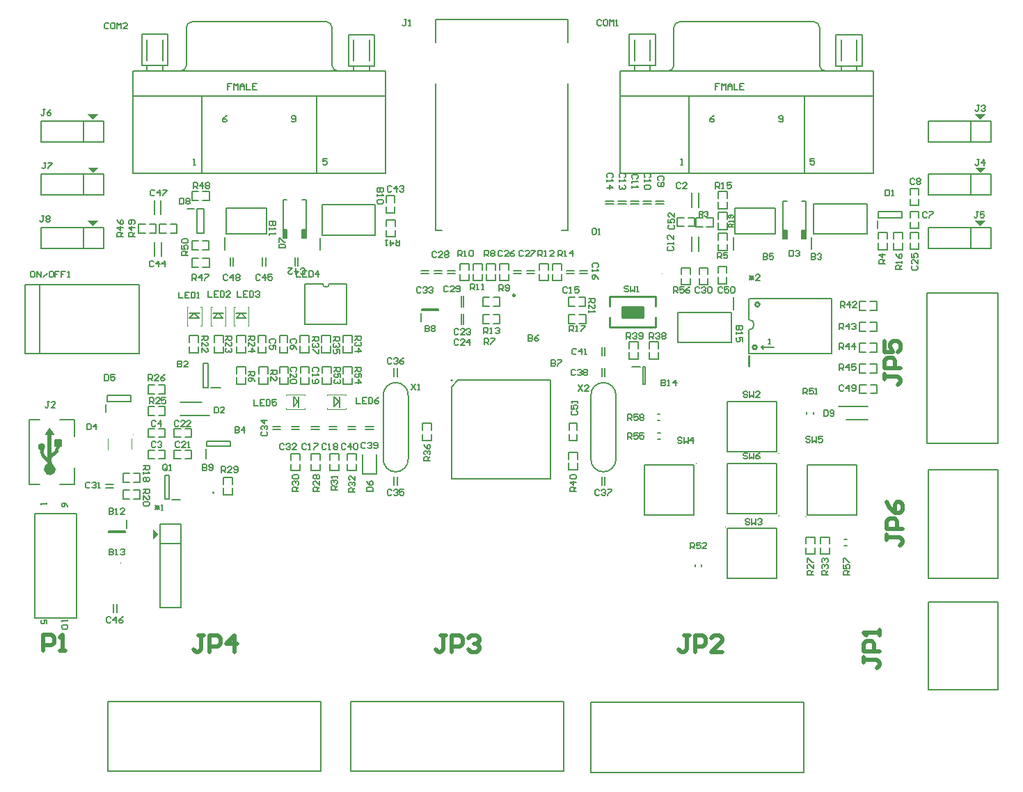
<source format=gto>
G04*
G04 #@! TF.GenerationSoftware,Altium Limited,Altium Designer,21.3.2 (30)*
G04*
G04 Layer_Color=65535*
%FSTAX24Y24*%
%MOIN*%
G70*
G04*
G04 #@! TF.SameCoordinates,D8A3EA29-9EC9-40DC-B38B-D8388A14BA40*
G04*
G04*
G04 #@! TF.FilePolarity,Positive*
G04*
G01*
G75*
%ADD10C,0.0100*%
%ADD11C,0.0079*%
%ADD12C,0.0070*%
%ADD13C,0.0098*%
%ADD14C,0.0039*%
%ADD15C,0.0150*%
%ADD16C,0.0200*%
%ADD17C,0.0350*%
%ADD18C,0.0059*%
%ADD19C,0.0050*%
%ADD20C,0.0040*%
%ADD21C,0.0080*%
%ADD22C,0.0060*%
%ADD23C,0.0197*%
%ADD24C,0.0063*%
%ADD25R,0.1000X0.0500*%
%ADD26R,0.0197X0.0394*%
G36*
X05855Y04521D02*
X0583Y04546D01*
X0588D01*
X05855Y04521D01*
D02*
G37*
G36*
X01605D02*
X0158Y04546D01*
X0163D01*
X01605Y04521D01*
D02*
G37*
G36*
X05855Y04266D02*
X0583Y04291D01*
X0588D01*
X05855Y04266D01*
D02*
G37*
G36*
X01605D02*
X0158Y04291D01*
X0163D01*
X01605Y04266D01*
D02*
G37*
G36*
X05855Y04011D02*
X0583Y04036D01*
X0588D01*
X05855Y04011D01*
D02*
G37*
G36*
X01605D02*
X0158Y04036D01*
X0163D01*
X01605Y04011D01*
D02*
G37*
G36*
X014177Y030126D02*
X013783D01*
X01398Y030402D01*
X014177Y030126D01*
D02*
G37*
G36*
X014521Y029575D02*
X014226Y029575D01*
Y02987D01*
X014521D01*
Y029575D01*
D02*
G37*
G36*
X01919Y02535D02*
X01894Y0251D01*
Y0256D01*
X01919Y02535D01*
D02*
G37*
D10*
X047848Y0343D02*
G03*
X047848Y0343I-000098J0D01*
G01*
X04745Y0334D02*
Y0339D01*
X04079Y03628D02*
Y03673D01*
Y03527D02*
Y03572D01*
X0424Y03575D02*
Y03625D01*
X0414D02*
X0424D01*
X0414Y03575D02*
Y03625D01*
Y03575D02*
X0424D01*
X04079Y03527D02*
X04301D01*
X04079Y03673D02*
X04301D01*
Y03628D02*
Y03673D01*
Y03527D02*
Y03572D01*
D11*
X04635Y025715D02*
G03*
X04635Y025715I-000014J0D01*
G01*
X048909Y026245D02*
G03*
X048909Y026245I-000014J0D01*
G01*
Y02922D02*
G03*
X048909Y02922I-000014J0D01*
G01*
X047461Y03513D02*
G03*
X047461Y03563I0J00025D01*
G01*
X033073Y038924D02*
G03*
X033073Y038924I-000039J0D01*
G01*
X027502Y04962D02*
G03*
X027229Y049893I-000274J0D01*
G01*
X027504Y047807D02*
G03*
X027778Y047533I000274J0D01*
G01*
X0208Y049893D02*
G03*
X020526Y04962I0J-000274D01*
G01*
X02025Y047533D02*
G03*
X020524Y047807I0J000274D01*
G01*
X03327Y032725D02*
G03*
X03327Y032725I-000039J0D01*
G01*
X044944Y028747D02*
G03*
X044944Y028747I-000014J0D01*
G01*
X050185Y026188D02*
G03*
X050185Y026188I-000014J0D01*
G01*
X050852Y04962D02*
G03*
X050579Y049893I-000274J0D01*
G01*
X050854Y047807D02*
G03*
X051128Y047533I000274J0D01*
G01*
X04415Y049893D02*
G03*
X043876Y04962I0J-000274D01*
G01*
X0436Y047533D02*
G03*
X043874Y047807I0J000274D01*
G01*
X021863Y027335D02*
G03*
X021863Y027335I-000039J0D01*
G01*
X027056Y037345D02*
G03*
X02737Y037345I000157J0D01*
G01*
X056Y0369D02*
X059405D01*
Y0297D02*
Y0369D01*
X056Y0297D02*
X059405D01*
X056D02*
Y0369D01*
X05605Y02325D02*
Y02845D01*
Y02325D02*
X059405D01*
Y02845D01*
X05605D02*
X059405D01*
Y0179D02*
Y0221D01*
X05605D02*
X059405D01*
X05605Y0179D02*
Y0221D01*
Y0179D02*
X059405D01*
X0399Y013945D02*
Y0173D01*
X0501D01*
Y013945D02*
Y0173D01*
X0399Y013945D02*
X0501D01*
X0284Y013995D02*
Y01735D01*
X0386D01*
Y013995D02*
Y01735D01*
X0284Y013995D02*
X0386D01*
X01675D02*
X02695D01*
Y01735D01*
X01675D02*
X02695D01*
X01675Y013995D02*
Y01735D01*
X022374Y038972D02*
Y039582D01*
X022435Y03972D02*
X024365D01*
Y04098D01*
X022435D02*
X024365D01*
X022435Y03972D02*
Y04098D01*
X01525Y02135D02*
Y02635D01*
X01325Y02135D02*
X01525D01*
X01325D02*
Y02635D01*
X01525D01*
X047461Y034012D02*
Y03513D01*
Y03563D02*
Y03664D01*
X05142Y034012D02*
Y03665D01*
X047511D02*
X05142D01*
X047511Y034012D02*
X05142D01*
X027504Y047807D02*
Y049618D01*
X020524Y047807D02*
Y049618D01*
X021258Y042649D02*
Y04635D01*
X017951Y047531D02*
X030077D01*
X02677Y042649D02*
Y04635D01*
X017951Y042649D02*
X030077D01*
X0208Y049893D02*
X027229D01*
X017951Y042649D02*
Y047531D01*
X030077Y042649D02*
Y047531D01*
X017951Y04635D02*
X030077D01*
X033545Y032725D02*
X037955D01*
Y028D02*
Y032725D01*
X03323Y028D02*
X037955D01*
X03323D02*
Y03241D01*
X033545Y032725D01*
X042401Y033354D02*
X042499D01*
Y032546D02*
Y033354D01*
X042401Y032546D02*
X042499D01*
X042401D02*
Y033354D01*
X04185Y033383D02*
X042263D01*
X050854Y047807D02*
Y049618D01*
X043874Y047807D02*
Y049618D01*
X044608Y042649D02*
Y04635D01*
X041301Y047531D02*
X053427D01*
X05012Y042649D02*
Y04635D01*
X041301Y042649D02*
X053427D01*
X04415Y049893D02*
X050579D01*
X041301Y042649D02*
Y047531D01*
X053427Y042649D02*
Y047531D01*
X041301Y04635D02*
X053427D01*
X052124Y030835D02*
X053177D01*
X051755Y031465D02*
X053177D01*
X04663Y034522D02*
Y035978D01*
X04407Y034522D02*
X04663D01*
X04407D02*
Y035978D01*
X04663D01*
X046728Y036116D02*
Y036697D01*
X019511Y027029D02*
X019689D01*
X019511D02*
Y028171D01*
X019689D01*
Y027029D02*
Y028171D01*
X019826Y027009D02*
X02024D01*
X01668Y0312D02*
Y031555D01*
X016729Y031693D02*
X017871D01*
Y032007D01*
X016729D02*
X017871D01*
X016729Y031693D02*
Y032007D01*
X021463Y028972D02*
Y029444D01*
X021482Y029582D02*
X022624D01*
Y029818D01*
X021482D02*
X022624D01*
X021482Y029582D02*
Y029818D01*
X020223Y031665D02*
X021277D01*
X020223Y031035D02*
X021646D01*
X021706Y032359D02*
X022178D01*
X021568Y032379D02*
Y033521D01*
X021332D02*
X021568D01*
X021332Y032379D02*
Y033521D01*
Y032379D02*
X021568D01*
X017676Y025651D02*
Y026045D01*
X0168Y025513D02*
X017588D01*
X0168Y025435D02*
Y025513D01*
Y025435D02*
X017588D01*
Y025513D01*
X029625Y02822D02*
Y029165D01*
X028975Y02822D02*
X029625D01*
X028975D02*
Y029165D01*
X031796Y03607D02*
Y03613D01*
X032604D01*
Y03607D02*
Y03613D01*
X031796Y03607D02*
X032604D01*
X031767Y035519D02*
Y035933D01*
X02055Y040941D02*
X020905D01*
X021043Y039779D02*
Y040921D01*
Y039779D02*
X021357D01*
Y040921D01*
X021043D02*
X021357D01*
X0262Y0354D02*
X0282D01*
X0262D02*
Y037345D01*
X0282Y0354D02*
Y037345D01*
X02737D02*
X0282D01*
X0262D02*
X027056D01*
X053651Y040493D02*
Y040807D01*
X054793D01*
Y040493D02*
Y040807D01*
X053651Y040493D02*
X054793D01*
X053632Y04D02*
Y040355D01*
X046724Y038972D02*
Y039582D01*
X046785Y03972D02*
X048715D01*
Y04098D01*
X046785D02*
X048715D01*
X046785Y03972D02*
Y04098D01*
X02702Y039672D02*
Y041128D01*
X02958D01*
Y039672D02*
Y041128D01*
X02702Y039672D02*
X02958D01*
X026922Y038953D02*
Y039534D01*
X05057Y039722D02*
Y041178D01*
X05313D01*
Y039722D02*
Y041178D01*
X05057Y039722D02*
X05313D01*
X050472Y039003D02*
Y039584D01*
X01355Y02685D02*
Y026752D01*
Y026801D01*
X013845D01*
X013796Y02685D01*
X013845Y021053D02*
Y02125D01*
X013698D01*
X013747Y021152D01*
Y021102D01*
X013698Y021053D01*
X013599D01*
X01355Y021102D01*
Y021201D01*
X013599Y02125D01*
X01455D02*
Y021152D01*
Y021201D01*
X014845D01*
X014796Y02125D01*
Y021004D02*
X014845Y020955D01*
Y020856D01*
X014796Y020807D01*
X014599D01*
X01455Y020856D01*
Y020955D01*
X014599Y021004D01*
X014796D01*
X014845Y026653D02*
X014796Y026752D01*
X014698Y02685D01*
X014599D01*
X01455Y026801D01*
Y026702D01*
X014599Y026653D01*
X014648D01*
X014698Y026702D01*
Y02685D01*
X022711Y046936D02*
X022514D01*
Y046789D01*
X022613D01*
X022514D01*
Y046641D01*
X022809D02*
Y046936D01*
X022908Y046838D01*
X023006Y046936D01*
Y046641D01*
X023105D02*
Y046838D01*
X023203Y046936D01*
X023301Y046838D01*
Y046641D01*
Y046789D01*
X023105D01*
X0234Y046936D02*
Y046641D01*
X023596D01*
X023892Y046936D02*
X023695D01*
Y046641D01*
X023892D01*
X023695Y046789D02*
X023793D01*
X022461Y045386D02*
X022363Y045337D01*
X022264Y045239D01*
Y04514D01*
X022313Y045091D01*
X022412D01*
X022461Y04514D01*
Y045189D01*
X022412Y045239D01*
X022264D01*
X025564Y04514D02*
X025613Y045091D01*
X025712D01*
X025761Y04514D01*
Y045337D01*
X025712Y045386D01*
X025613D01*
X025564Y045337D01*
Y045288D01*
X025613Y045239D01*
X025761D01*
X027261Y043336D02*
X027064D01*
Y043189D01*
X027163Y043238D01*
X027212D01*
X027261Y043189D01*
Y04309D01*
X027212Y043041D01*
X027113D01*
X027064Y04309D01*
X020864Y043041D02*
X020963D01*
X020913D01*
Y043336D01*
X020864Y043287D01*
X046061Y046936D02*
X045864D01*
Y046789D01*
X045963D01*
X045864D01*
Y046641D01*
X046159D02*
Y046936D01*
X046258Y046838D01*
X046356Y046936D01*
Y046641D01*
X046455D02*
Y046838D01*
X046553Y046936D01*
X046651Y046838D01*
Y046641D01*
Y046789D01*
X046455D01*
X04675Y046936D02*
Y046641D01*
X046947D01*
X047242Y046936D02*
X047045D01*
Y046641D01*
X047242D01*
X047045Y046789D02*
X047143D01*
X045811Y045386D02*
X045713Y045337D01*
X045614Y045239D01*
Y04514D01*
X045663Y045091D01*
X045762D01*
X045811Y04514D01*
Y045189D01*
X045762Y045239D01*
X045614D01*
X048914Y04514D02*
X048963Y045091D01*
X049062D01*
X049111Y04514D01*
Y045337D01*
X049062Y045386D01*
X048963D01*
X048914Y045337D01*
Y045288D01*
X048963Y045239D01*
X049111D01*
X050611Y043336D02*
X050414D01*
Y043189D01*
X050513Y043238D01*
X050562D01*
X050611Y043189D01*
Y04309D01*
X050562Y043041D01*
X050463D01*
X050414Y04309D01*
X044214Y043041D02*
X044313D01*
X044263D01*
Y043336D01*
X044214Y043287D01*
X016806Y049798D02*
X016756Y049848D01*
X016658D01*
X016609Y049798D01*
Y049602D01*
X016658Y049552D01*
X016756D01*
X016806Y049602D01*
X017052Y049848D02*
X016953D01*
X016904Y049798D01*
Y049602D01*
X016953Y049552D01*
X017052D01*
X017101Y049602D01*
Y049798D01*
X017052Y049848D01*
X017199Y049552D02*
Y049848D01*
X017298Y049749D01*
X017396Y049848D01*
Y049552D01*
X017691D02*
X017494D01*
X017691Y049749D01*
Y049798D01*
X017642Y049848D01*
X017544D01*
X017494Y049798D01*
X047403Y029198D02*
X047354Y029248D01*
X047256D01*
X047206Y029198D01*
Y029149D01*
X047256Y0291D01*
X047354D01*
X047403Y029051D01*
Y029002D01*
X047354Y028952D01*
X047256D01*
X047206Y029002D01*
X047502Y029248D02*
Y028952D01*
X0476Y029051D01*
X047698Y028952D01*
Y029248D01*
X047994D02*
X047895Y029198D01*
X047797Y0291D01*
Y029002D01*
X047846Y028952D01*
X047944D01*
X047994Y029002D01*
Y029051D01*
X047944Y0291D01*
X047797D01*
X050397Y029986D02*
X050348Y030035D01*
X050249D01*
X0502Y029986D01*
Y029937D01*
X050249Y029888D01*
X050348D01*
X050397Y029838D01*
Y029789D01*
X050348Y02974D01*
X050249D01*
X0502Y029789D01*
X050495Y030035D02*
Y02974D01*
X050594Y029838D01*
X050692Y02974D01*
Y030035D01*
X050987D02*
X05079D01*
Y029888D01*
X050889Y029937D01*
X050938D01*
X050987Y029888D01*
Y029789D01*
X050938Y02974D01*
X05084D01*
X05079Y029789D01*
X044253Y029948D02*
X044204Y029998D01*
X044106D01*
X044056Y029948D01*
Y029899D01*
X044106Y02985D01*
X044204D01*
X044253Y029801D01*
Y029752D01*
X044204Y029702D01*
X044106D01*
X044056Y029752D01*
X044352Y029998D02*
Y029702D01*
X04445Y029801D01*
X044548Y029702D01*
Y029998D01*
X044794Y029702D02*
Y029998D01*
X044647Y02985D01*
X044844D01*
X047503Y026048D02*
X047454Y026098D01*
X047356D01*
X047306Y026048D01*
Y025999D01*
X047356Y02595D01*
X047454D01*
X047503Y025901D01*
Y025852D01*
X047454Y025802D01*
X047356D01*
X047306Y025852D01*
X047602Y026098D02*
Y025802D01*
X0477Y025901D01*
X047798Y025802D01*
Y026098D01*
X047897Y026048D02*
X047946Y026098D01*
X048044D01*
X048094Y026048D01*
Y025999D01*
X048044Y02595D01*
X047995D01*
X048044D01*
X048094Y025901D01*
Y025852D01*
X048044Y025802D01*
X047946D01*
X047897Y025852D01*
X047403Y032148D02*
X047354Y032198D01*
X047256D01*
X047206Y032148D01*
Y032099D01*
X047256Y03205D01*
X047354D01*
X047403Y032001D01*
Y031952D01*
X047354Y031902D01*
X047256D01*
X047206Y031952D01*
X047502Y032198D02*
Y031902D01*
X0476Y032001D01*
X047698Y031902D01*
Y032198D01*
X047994Y031902D02*
X047797D01*
X047994Y032099D01*
Y032148D01*
X047944Y032198D01*
X047846D01*
X047797Y032148D01*
X030353Y041995D02*
X030304Y042044D01*
X030206D01*
X030156Y041995D01*
Y041798D01*
X030206Y041749D01*
X030304D01*
X030353Y041798D01*
X030599Y041749D02*
Y042044D01*
X030452Y041897D01*
X030648D01*
X030747Y041995D02*
X030796Y042044D01*
X030894D01*
X030944Y041995D01*
Y041946D01*
X030894Y041897D01*
X030845D01*
X030894D01*
X030944Y041848D01*
Y041798D01*
X030894Y041749D01*
X030796D01*
X030747Y041798D01*
X039304Y032498D02*
X039501Y032202D01*
Y032498D02*
X039304Y032202D01*
X039796D02*
X039599D01*
X039796Y032399D01*
Y032448D01*
X039747Y032498D01*
X039648D01*
X039599Y032448D01*
X031303Y032548D02*
X0315Y032252D01*
Y032548D02*
X031303Y032252D01*
X031598D02*
X031697D01*
X031648D01*
Y032548D01*
X031598Y032498D01*
X041702Y037198D02*
X041653Y037248D01*
X041555D01*
X041506Y037198D01*
Y037149D01*
X041555Y0371D01*
X041653D01*
X041702Y037051D01*
Y037002D01*
X041653Y036952D01*
X041555D01*
X041506Y037002D01*
X041801Y037248D02*
Y036952D01*
X041899Y037051D01*
X041998Y036952D01*
Y037248D01*
X042096Y036952D02*
X042194D01*
X042145D01*
Y037248D01*
X042096Y037198D01*
X041656Y030802D02*
Y031098D01*
X041804D01*
X041853Y031048D01*
Y03095D01*
X041804Y030901D01*
X041656D01*
X041755D02*
X041853Y030802D01*
X042148Y031098D02*
X041952D01*
Y03095D01*
X04205Y030999D01*
X042099D01*
X042148Y03095D01*
Y030852D01*
X042099Y030802D01*
X042001D01*
X041952Y030852D01*
X042247Y031048D02*
X042296Y031098D01*
X042394D01*
X042444Y031048D01*
Y030999D01*
X042394Y03095D01*
X042444Y030901D01*
Y030852D01*
X042394Y030802D01*
X042296D01*
X042247Y030852D01*
Y030901D01*
X042296Y03095D01*
X042247Y030999D01*
Y031048D01*
X042296Y03095D02*
X042394D01*
X052298Y023406D02*
X052002D01*
Y023554D01*
X052052Y023603D01*
X05215D01*
X052199Y023554D01*
Y023406D01*
Y023505D02*
X052298Y023603D01*
X052002Y023898D02*
Y023702D01*
X05215D01*
X052101Y0238D01*
Y023849D01*
X05215Y023898D01*
X052248D01*
X052298Y023849D01*
Y023751D01*
X052248Y023702D01*
X052002Y023997D02*
Y024194D01*
X052052D01*
X052248Y023997D01*
X052298D01*
X043856Y036902D02*
Y037198D01*
X044004D01*
X044053Y037148D01*
Y03705D01*
X044004Y037001D01*
X043856D01*
X043955D02*
X044053Y036902D01*
X044348Y037198D02*
X044152D01*
Y03705D01*
X04425Y037099D01*
X044299D01*
X044348Y03705D01*
Y036952D01*
X044299Y036902D01*
X044201D01*
X044152Y036952D01*
X044644Y037198D02*
X044545Y037148D01*
X044447Y03705D01*
Y036952D01*
X044496Y036902D01*
X044594D01*
X044644Y036952D01*
Y037001D01*
X044594Y03705D01*
X044447D01*
X041656Y029902D02*
Y030198D01*
X041804D01*
X041853Y030148D01*
Y03005D01*
X041804Y030001D01*
X041656D01*
X041755D02*
X041853Y029902D01*
X042148Y030198D02*
X041952D01*
Y03005D01*
X04205Y030099D01*
X042099D01*
X042148Y03005D01*
Y029952D01*
X042099Y029902D01*
X042001D01*
X041952Y029952D01*
X042444Y030198D02*
X042247D01*
Y03005D01*
X042345Y030099D01*
X042394D01*
X042444Y03005D01*
Y029952D01*
X042394Y029902D01*
X042296D01*
X042247Y029952D01*
X028602Y033344D02*
X028898D01*
Y033196D01*
X028848Y033147D01*
X02875D01*
X028701Y033196D01*
Y033344D01*
Y033245D02*
X028602Y033147D01*
X028898Y032852D02*
Y033048D01*
X02875D01*
X028799Y03295D01*
Y032901D01*
X02875Y032852D01*
X028652D01*
X028602Y032901D01*
Y032999D01*
X028652Y033048D01*
X028602Y032606D02*
X028898D01*
X02875Y032753D01*
Y032556D01*
X027602Y033344D02*
X027898D01*
Y033196D01*
X027848Y033147D01*
X02775D01*
X027701Y033196D01*
Y033344D01*
Y033245D02*
X027602Y033147D01*
X027898Y032852D02*
Y033048D01*
X02775D01*
X027799Y03295D01*
Y032901D01*
X02775Y032852D01*
X027652D01*
X027602Y032901D01*
Y032999D01*
X027652Y033048D01*
X027848Y032753D02*
X027898Y032704D01*
Y032606D01*
X027848Y032556D01*
X027799D01*
X02775Y032606D01*
Y032655D01*
Y032606D01*
X027701Y032556D01*
X027652D01*
X027602Y032606D01*
Y032704D01*
X027652Y032753D01*
X044656Y024652D02*
Y024948D01*
X044804D01*
X044853Y024898D01*
Y0248D01*
X044804Y024751D01*
X044656D01*
X044755D02*
X044853Y024652D01*
X045148Y024948D02*
X044952D01*
Y0248D01*
X04505Y024849D01*
X045099D01*
X045148Y0248D01*
Y024702D01*
X045099Y024652D01*
X045001D01*
X044952Y024702D01*
X045444Y024652D02*
X045247D01*
X045444Y024849D01*
Y024898D01*
X045394Y024948D01*
X045296D01*
X045247Y024898D01*
X050056Y032052D02*
Y032348D01*
X050203D01*
X050252Y032298D01*
Y0322D01*
X050203Y032151D01*
X050056D01*
X050154D02*
X050252Y032052D01*
X050548Y032348D02*
X050351D01*
Y0322D01*
X050449Y032249D01*
X050498D01*
X050548Y0322D01*
Y032102D01*
X050498Y032052D01*
X0504D01*
X050351Y032102D01*
X050646Y032052D02*
X050744D01*
X050695D01*
Y032348D01*
X050646Y032298D01*
X020598Y038706D02*
X020302D01*
Y038854D01*
X020352Y038903D01*
X02045D01*
X020499Y038854D01*
Y038706D01*
Y038805D02*
X020598Y038903D01*
X020302Y039198D02*
Y039002D01*
X02045D01*
X020401Y0391D01*
Y039149D01*
X02045Y039198D01*
X020548D01*
X020598Y039149D01*
Y039051D01*
X020548Y039002D01*
X020352Y039297D02*
X020302Y039346D01*
Y039444D01*
X020352Y039494D01*
X020548D01*
X020598Y039444D01*
Y039346D01*
X020548Y039297D01*
X020352D01*
X018048Y039606D02*
X017752D01*
Y039754D01*
X017802Y039803D01*
X0179D01*
X017949Y039754D01*
Y039606D01*
Y039705D02*
X018048Y039803D01*
Y040049D02*
X017752D01*
X0179Y039902D01*
Y040098D01*
X017998Y040197D02*
X018048Y040246D01*
Y040344D01*
X017998Y040394D01*
X017802D01*
X017752Y040344D01*
Y040246D01*
X017802Y040197D01*
X017851D01*
X0179Y040246D01*
Y040394D01*
X020856Y041902D02*
Y042198D01*
X021004D01*
X021053Y042148D01*
Y04205D01*
X021004Y042001D01*
X020856D01*
X020955D02*
X021053Y041902D01*
X021299D02*
Y042198D01*
X021152Y04205D01*
X021348D01*
X021447Y042148D02*
X021496Y042198D01*
X021594D01*
X021644Y042148D01*
Y042099D01*
X021594Y04205D01*
X021644Y042001D01*
Y041952D01*
X021594Y041902D01*
X021496D01*
X021447Y041952D01*
Y042001D01*
X021496Y04205D01*
X021447Y042099D01*
Y042148D01*
X021496Y04205D02*
X021594D01*
X020806Y037502D02*
Y037798D01*
X020954D01*
X021003Y037748D01*
Y03765D01*
X020954Y037601D01*
X020806D01*
X020905D02*
X021003Y037502D01*
X021249D02*
Y037798D01*
X021102Y03765D01*
X021298D01*
X021397Y037798D02*
X021594D01*
Y037748D01*
X021397Y037552D01*
Y037502D01*
X017498Y039606D02*
X017202D01*
Y039754D01*
X017252Y039803D01*
X01735D01*
X017399Y039754D01*
Y039606D01*
Y039705D02*
X017498Y039803D01*
Y040049D02*
X017202D01*
X01735Y039902D01*
Y040098D01*
X017202Y040394D02*
X017252Y040295D01*
X01735Y040197D01*
X017448D01*
X017498Y040246D01*
Y040344D01*
X017448Y040394D01*
X017399D01*
X01735Y040344D01*
Y040197D01*
X051806Y033202D02*
Y033498D01*
X051954D01*
X052003Y033448D01*
Y03335D01*
X051954Y033301D01*
X051806D01*
X051905D02*
X052003Y033202D01*
X052249D02*
Y033498D01*
X052102Y03335D01*
X052298D01*
X052594Y033498D02*
X052397D01*
Y03335D01*
X052495Y033399D01*
X052544D01*
X052594Y03335D01*
Y033252D01*
X052544Y033202D01*
X052446D01*
X052397Y033252D01*
X051806Y034202D02*
Y034498D01*
X051954D01*
X052003Y034448D01*
Y03435D01*
X051954Y034301D01*
X051806D01*
X051905D02*
X052003Y034202D01*
X052249D02*
Y034498D01*
X052102Y03435D01*
X052298D01*
X052544Y034202D02*
Y034498D01*
X052397Y03435D01*
X052594D01*
X051806Y035152D02*
Y035448D01*
X051954D01*
X052003Y035398D01*
Y0353D01*
X051954Y035251D01*
X051806D01*
X051905D02*
X052003Y035152D01*
X052249D02*
Y035448D01*
X052102Y0353D01*
X052298D01*
X052397Y035398D02*
X052446Y035448D01*
X052544D01*
X052594Y035398D01*
Y035349D01*
X052544Y0353D01*
X052495D01*
X052544D01*
X052594Y035251D01*
Y035202D01*
X052544Y035152D01*
X052446D01*
X052397Y035202D01*
X051856Y036202D02*
Y036498D01*
X052003D01*
X052052Y036448D01*
Y03635D01*
X052003Y036301D01*
X051856D01*
X051954D02*
X052052Y036202D01*
X052298D02*
Y036498D01*
X052151Y03635D01*
X052348D01*
X052643Y036202D02*
X052446D01*
X052643Y036399D01*
Y036448D01*
X052594Y036498D01*
X052495D01*
X052446Y036448D01*
X030744Y039448D02*
Y039152D01*
X030597D01*
X030548Y039202D01*
Y0393D01*
X030597Y039349D01*
X030744D01*
X030646D02*
X030548Y039448D01*
X030302D02*
Y039152D01*
X030449Y0393D01*
X030252D01*
X030154Y039448D02*
X030056D01*
X030105D01*
Y039152D01*
X030154Y039202D01*
X039198Y027406D02*
X038902D01*
Y027554D01*
X038952Y027603D01*
X03905D01*
X039099Y027554D01*
Y027406D01*
Y027505D02*
X039198Y027603D01*
Y027849D02*
X038902D01*
X03905Y027702D01*
Y027898D01*
X038952Y027997D02*
X038902Y028046D01*
Y028144D01*
X038952Y028194D01*
X039148D01*
X039198Y028144D01*
Y028046D01*
X039148Y027997D01*
X038952D01*
X041606Y034702D02*
Y034998D01*
X041754D01*
X041803Y034948D01*
Y03485D01*
X041754Y034801D01*
X041606D01*
X041705D02*
X041803Y034702D01*
X041902Y034948D02*
X041951Y034998D01*
X042049D01*
X042098Y034948D01*
Y034899D01*
X042049Y03485D01*
X042D01*
X042049D01*
X042098Y034801D01*
Y034752D01*
X042049Y034702D01*
X041951D01*
X041902Y034752D01*
X042197D02*
X042246Y034702D01*
X042344D01*
X042394Y034752D01*
Y034948D01*
X042344Y034998D01*
X042246D01*
X042197Y034948D01*
Y034899D01*
X042246Y03485D01*
X042394D01*
X042706Y034702D02*
Y034998D01*
X042854D01*
X042903Y034948D01*
Y03485D01*
X042854Y034801D01*
X042706D01*
X042805D02*
X042903Y034702D01*
X043002Y034948D02*
X043051Y034998D01*
X043149D01*
X043198Y034948D01*
Y034899D01*
X043149Y03485D01*
X0431D01*
X043149D01*
X043198Y034801D01*
Y034752D01*
X043149Y034702D01*
X043051D01*
X043002Y034752D01*
X043297Y034948D02*
X043346Y034998D01*
X043444D01*
X043494Y034948D01*
Y034899D01*
X043444Y03485D01*
X043494Y034801D01*
Y034752D01*
X043444Y034702D01*
X043346D01*
X043297Y034752D01*
Y034801D01*
X043346Y03485D01*
X043297Y034899D01*
Y034948D01*
X043346Y03485D02*
X043444D01*
X026552Y034794D02*
X026848D01*
Y034646D01*
X026798Y034597D01*
X0267D01*
X026651Y034646D01*
Y034794D01*
Y034695D02*
X026552Y034597D01*
X026798Y034498D02*
X026848Y034449D01*
Y034351D01*
X026798Y034302D01*
X026749D01*
X0267Y034351D01*
Y0344D01*
Y034351D01*
X026651Y034302D01*
X026602D01*
X026552Y034351D01*
Y034449D01*
X026602Y034498D01*
X026848Y034203D02*
Y034006D01*
X026798D01*
X026602Y034203D01*
X026552D01*
X032198Y028856D02*
X031902D01*
Y029004D01*
X031952Y029053D01*
X03205D01*
X032099Y029004D01*
Y028856D01*
Y028955D02*
X032198Y029053D01*
X031952Y029152D02*
X031902Y029201D01*
Y029299D01*
X031952Y029348D01*
X032001D01*
X03205Y029299D01*
Y02925D01*
Y029299D01*
X032099Y029348D01*
X032148D01*
X032198Y029299D01*
Y029201D01*
X032148Y029152D01*
X031902Y029644D02*
X031952Y029545D01*
X03205Y029447D01*
X032148D01*
X032198Y029496D01*
Y029594D01*
X032148Y029644D01*
X032099D01*
X03205Y029594D01*
Y029447D01*
X027552Y034794D02*
X027848D01*
Y034646D01*
X027798Y034597D01*
X0277D01*
X027651Y034646D01*
Y034794D01*
Y034695D02*
X027552Y034597D01*
X027798Y034498D02*
X027848Y034449D01*
Y034351D01*
X027798Y034302D01*
X027749D01*
X0277Y034351D01*
Y0344D01*
Y034351D01*
X027651Y034302D01*
X027602D01*
X027552Y034351D01*
Y034449D01*
X027602Y034498D01*
X027848Y034006D02*
Y034203D01*
X0277D01*
X027749Y034105D01*
Y034056D01*
X0277Y034006D01*
X027602D01*
X027552Y034056D01*
Y034154D01*
X027602Y034203D01*
X028602Y034844D02*
X028898D01*
Y034696D01*
X028848Y034647D01*
X02875D01*
X028701Y034696D01*
Y034844D01*
Y034745D02*
X028602Y034647D01*
X028848Y034548D02*
X028898Y034499D01*
Y034401D01*
X028848Y034352D01*
X028799D01*
X02875Y034401D01*
Y03445D01*
Y034401D01*
X028701Y034352D01*
X028652D01*
X028602Y034401D01*
Y034499D01*
X028652Y034548D01*
X028602Y034106D02*
X028898D01*
X02875Y034253D01*
Y034056D01*
X051248Y023406D02*
X050952D01*
Y023554D01*
X051002Y023603D01*
X0511D01*
X051149Y023554D01*
Y023406D01*
Y023505D02*
X051248Y023603D01*
X051002Y023702D02*
X050952Y023751D01*
Y023849D01*
X051002Y023898D01*
X051051D01*
X0511Y023849D01*
Y0238D01*
Y023849D01*
X051149Y023898D01*
X051198D01*
X051248Y023849D01*
Y023751D01*
X051198Y023702D01*
X051002Y023997D02*
X050952Y024046D01*
Y024144D01*
X051002Y024194D01*
X051051D01*
X0511Y024144D01*
Y024095D01*
Y024144D01*
X051149Y024194D01*
X051198D01*
X051248Y024144D01*
Y024046D01*
X051198Y023997D01*
X028598Y027357D02*
X028302D01*
Y027505D01*
X028352Y027554D01*
X02845D01*
X028499Y027505D01*
Y027357D01*
Y027456D02*
X028598Y027554D01*
X028352Y027652D02*
X028302Y027702D01*
Y0278D01*
X028352Y027849D01*
X028401D01*
X02845Y0278D01*
Y027751D01*
Y0278D01*
X028499Y027849D01*
X028548D01*
X028598Y0278D01*
Y027702D01*
X028548Y027652D01*
X028598Y028144D02*
Y027948D01*
X028401Y028144D01*
X028352D01*
X028302Y028095D01*
Y027997D01*
X028352Y027948D01*
X027748Y027456D02*
X027452D01*
Y027603D01*
X027502Y027652D01*
X0276D01*
X027649Y027603D01*
Y027456D01*
Y027554D02*
X027748Y027652D01*
X027502Y027751D02*
X027452Y0278D01*
Y027898D01*
X027502Y027948D01*
X027551D01*
X0276Y027898D01*
Y027849D01*
Y027898D01*
X027649Y027948D01*
X027698D01*
X027748Y027898D01*
Y0278D01*
X027698Y027751D01*
X027748Y028046D02*
Y028144D01*
Y028095D01*
X027452D01*
X027502Y028046D01*
X025898Y027406D02*
X025602D01*
Y027554D01*
X025652Y027603D01*
X02575D01*
X025799Y027554D01*
Y027406D01*
Y027505D02*
X025898Y027603D01*
X025652Y027702D02*
X025602Y027751D01*
Y027849D01*
X025652Y027898D01*
X025701D01*
X02575Y027849D01*
Y0278D01*
Y027849D01*
X025799Y027898D01*
X025848D01*
X025898Y027849D01*
Y027751D01*
X025848Y027702D01*
X025652Y027997D02*
X025602Y028046D01*
Y028144D01*
X025652Y028194D01*
X025848D01*
X025898Y028144D01*
Y028046D01*
X025848Y027997D01*
X025652D01*
X026898Y027406D02*
X026602D01*
Y027554D01*
X026652Y027603D01*
X02675D01*
X026799Y027554D01*
Y027406D01*
Y027505D02*
X026898Y027603D01*
Y027898D02*
Y027702D01*
X026701Y027898D01*
X026652D01*
X026602Y027849D01*
Y027751D01*
X026652Y027702D01*
Y027997D02*
X026602Y028046D01*
Y028144D01*
X026652Y028194D01*
X026701D01*
X02675Y028144D01*
X026799Y028194D01*
X026848D01*
X026898Y028144D01*
Y028046D01*
X026848Y027997D01*
X026799D01*
X02675Y028046D01*
X026701Y027997D01*
X026652D01*
X02675Y028046D02*
Y028144D01*
X050548Y023406D02*
X050252D01*
Y023554D01*
X050302Y023603D01*
X0504D01*
X050449Y023554D01*
Y023406D01*
Y023505D02*
X050548Y023603D01*
Y023898D02*
Y023702D01*
X050351Y023898D01*
X050302D01*
X050252Y023849D01*
Y023751D01*
X050302Y023702D01*
X050252Y023997D02*
Y024194D01*
X050302D01*
X050498Y023997D01*
X050548D01*
X039802Y036644D02*
X040098D01*
Y036497D01*
X040048Y036448D01*
X03995D01*
X039901Y036497D01*
Y036644D01*
Y036546D02*
X039802Y036448D01*
Y036152D02*
Y036349D01*
X039999Y036152D01*
X040048D01*
X040098Y036202D01*
Y0363D01*
X040048Y036349D01*
X039802Y036054D02*
Y035956D01*
Y036005D01*
X040098D01*
X040048Y036054D01*
X038881Y035052D02*
Y035348D01*
X039029D01*
X039078Y035298D01*
Y0352D01*
X039029Y035151D01*
X038881D01*
X038979D02*
X039078Y035052D01*
X039176D02*
X039275D01*
X039225D01*
Y035348D01*
X039176Y035298D01*
X039422Y035348D02*
X039619D01*
Y035298D01*
X039422Y035102D01*
Y035052D01*
X054798Y038031D02*
X054502D01*
Y038179D01*
X054552Y038228D01*
X05465D01*
X054699Y038179D01*
Y038031D01*
Y038129D02*
X054798Y038228D01*
Y038326D02*
Y038425D01*
Y038375D01*
X054502D01*
X054552Y038326D01*
X054502Y038769D02*
X054552Y038671D01*
X05465Y038572D01*
X054748D01*
X054798Y038621D01*
Y03872D01*
X054748Y038769D01*
X054699D01*
X05465Y03872D01*
Y038572D01*
X045881Y041902D02*
Y042198D01*
X046029D01*
X046078Y042148D01*
Y04205D01*
X046029Y042001D01*
X045881D01*
X045979D02*
X046078Y041902D01*
X046176D02*
X046275D01*
X046225D01*
Y042198D01*
X046176Y042148D01*
X046619Y042198D02*
X046422D01*
Y04205D01*
X046521Y042099D01*
X04657D01*
X046619Y04205D01*
Y041952D01*
X04657Y041902D01*
X046471D01*
X046422Y041952D01*
X038331Y038652D02*
Y038948D01*
X038479D01*
X038528Y038898D01*
Y0388D01*
X038479Y038751D01*
X038331D01*
X038429D02*
X038528Y038652D01*
X038626D02*
X038725D01*
X038675D01*
Y038948D01*
X038626Y038898D01*
X03902Y038652D02*
Y038948D01*
X038872Y0388D01*
X039069D01*
X034781Y034952D02*
Y035248D01*
X034929D01*
X034978Y035198D01*
Y0351D01*
X034929Y035051D01*
X034781D01*
X034879D02*
X034978Y034952D01*
X035076D02*
X035175D01*
X035125D01*
Y035248D01*
X035076Y035198D01*
X035322D02*
X035371Y035248D01*
X03547D01*
X035519Y035198D01*
Y035149D01*
X03547Y0351D01*
X035421D01*
X03547D01*
X035519Y035051D01*
Y035002D01*
X03547Y034952D01*
X035371D01*
X035322Y035002D01*
X037381Y038652D02*
Y038948D01*
X037529D01*
X037578Y038898D01*
Y0388D01*
X037529Y038751D01*
X037381D01*
X037479D02*
X037578Y038652D01*
X037676D02*
X037775D01*
X037725D01*
Y038948D01*
X037676Y038898D01*
X038119Y038652D02*
X037922D01*
X038119Y038849D01*
Y038898D01*
X03807Y038948D01*
X037971D01*
X037922Y038898D01*
X03413Y037052D02*
Y037348D01*
X034278D01*
X034327Y037298D01*
Y0372D01*
X034278Y037151D01*
X03413D01*
X034229D02*
X034327Y037052D01*
X034425D02*
X034524D01*
X034475D01*
Y037348D01*
X034425Y037298D01*
X034671Y037052D02*
X03477D01*
X034721D01*
Y037348D01*
X034671Y037298D01*
X033531Y038652D02*
Y038948D01*
X033679D01*
X033728Y038898D01*
Y0388D01*
X033679Y038751D01*
X033531D01*
X033629D02*
X033728Y038652D01*
X033826D02*
X033925D01*
X033875D01*
Y038948D01*
X033826Y038898D01*
X034072D02*
X034121Y038948D01*
X03422D01*
X034269Y038898D01*
Y038702D01*
X03422Y038652D01*
X034121D01*
X034072Y038702D01*
Y038898D01*
X035504Y037002D02*
Y037298D01*
X035652D01*
X035701Y037248D01*
Y03715D01*
X035652Y037101D01*
X035504D01*
X035602D02*
X035701Y037002D01*
X035799Y037052D02*
X035848Y037002D01*
X035947D01*
X035996Y037052D01*
Y037248D01*
X035947Y037298D01*
X035848D01*
X035799Y037248D01*
Y037199D01*
X035848Y03715D01*
X035996D01*
X034804Y038652D02*
Y038948D01*
X034952D01*
X035001Y038898D01*
Y0388D01*
X034952Y038751D01*
X034804D01*
X034902D02*
X035001Y038652D01*
X035099Y038898D02*
X035148Y038948D01*
X035247D01*
X035296Y038898D01*
Y038849D01*
X035247Y0388D01*
X035296Y038751D01*
Y038702D01*
X035247Y038652D01*
X035148D01*
X035099Y038702D01*
Y038751D01*
X035148Y0388D01*
X035099Y038849D01*
Y038898D01*
X035148Y0388D02*
X035247D01*
X034799Y034432D02*
Y034728D01*
X034947D01*
X034996Y034678D01*
Y03458D01*
X034947Y034531D01*
X034799D01*
X034897D02*
X034996Y034432D01*
X035094Y034728D02*
X035291D01*
Y034678D01*
X035094Y034482D01*
Y034432D01*
X045954Y038552D02*
Y038848D01*
X046102D01*
X046151Y038798D01*
Y0387D01*
X046102Y038651D01*
X045954D01*
X046052D02*
X046151Y038552D01*
X046446Y038848D02*
X046249D01*
Y0387D01*
X046348Y038749D01*
X046397D01*
X046446Y0387D01*
Y038602D01*
X046397Y038552D01*
X046298D01*
X046249Y038602D01*
X053998Y038304D02*
X053702D01*
Y038452D01*
X053752Y038501D01*
X05385D01*
X053899Y038452D01*
Y038304D01*
Y038402D02*
X053998Y038501D01*
Y038747D02*
X053702D01*
X05385Y038599D01*
Y038796D01*
X040101Y039998D02*
X040002D01*
X039953Y039948D01*
Y039752D01*
X040002Y039702D01*
X040101D01*
X04015Y039752D01*
Y039948D01*
X040101Y039998D01*
X040248Y039702D02*
X040347D01*
X040298D01*
Y039998D01*
X040248Y039948D01*
X028659Y031898D02*
Y031602D01*
X028856D01*
X029151Y031898D02*
X028954D01*
Y031602D01*
X029151D01*
X028954Y03175D02*
X029052D01*
X029249Y031898D02*
Y031602D01*
X029397D01*
X029446Y031652D01*
Y031848D01*
X029397Y031898D01*
X029249D01*
X029741D02*
X029643Y031848D01*
X029544Y03175D01*
Y031652D01*
X029594Y031602D01*
X029692D01*
X029741Y031652D01*
Y031701D01*
X029692Y03175D01*
X029544D01*
X023759Y031798D02*
Y031502D01*
X023956D01*
X024251Y031798D02*
X024054D01*
Y031502D01*
X024251D01*
X024054Y03165D02*
X024152D01*
X024349Y031798D02*
Y031502D01*
X024497D01*
X024546Y031552D01*
Y031748D01*
X024497Y031798D01*
X024349D01*
X024841D02*
X024644D01*
Y03165D01*
X024743Y031699D01*
X024792D01*
X024841Y03165D01*
Y031552D01*
X024792Y031502D01*
X024694D01*
X024644Y031552D01*
X0258Y037955D02*
Y03766D01*
X025997D01*
X026292Y037955D02*
X026095D01*
Y03766D01*
X026292D01*
X026095Y037808D02*
X026194D01*
X02639Y037955D02*
Y03766D01*
X026538D01*
X026587Y037709D01*
Y037906D01*
X026538Y037955D01*
X02639D01*
X026833Y03766D02*
Y037955D01*
X026686Y037808D01*
X026882D01*
X013701Y040598D02*
X013602D01*
X013652D01*
Y040352D01*
X013602Y040302D01*
X013553D01*
X013504Y040352D01*
X013799Y040548D02*
X013848Y040598D01*
X013947D01*
X013996Y040548D01*
Y040499D01*
X013947Y04045D01*
X013996Y040401D01*
Y040352D01*
X013947Y040302D01*
X013848D01*
X013799Y040352D01*
Y040401D01*
X013848Y04045D01*
X013799Y040499D01*
Y040548D01*
X013848Y04045D02*
X013947D01*
X013801Y043148D02*
X013702D01*
X013752D01*
Y042902D01*
X013702Y042852D01*
X013653D01*
X013604Y042902D01*
X013899Y043148D02*
X014096D01*
Y043098D01*
X013899Y042902D01*
Y042852D01*
X013751Y045698D02*
X013652D01*
X013702D01*
Y045452D01*
X013652Y045402D01*
X013603D01*
X013554Y045452D01*
X014046Y045698D02*
X013948Y045648D01*
X013849Y04555D01*
Y045452D01*
X013898Y045402D01*
X013997D01*
X014046Y045452D01*
Y045501D01*
X013997Y04555D01*
X013849D01*
X058451Y040798D02*
X058352D01*
X058402D01*
Y040552D01*
X058352Y040502D01*
X058303D01*
X058254Y040552D01*
X058746Y040798D02*
X058549D01*
Y04065D01*
X058648Y040699D01*
X058697D01*
X058746Y04065D01*
Y040552D01*
X058697Y040502D01*
X058598D01*
X058549Y040552D01*
X058501Y043298D02*
X058402D01*
X058452D01*
Y043052D01*
X058402Y043002D01*
X058353D01*
X058304Y043052D01*
X058747Y043002D02*
Y043298D01*
X058599Y04315D01*
X058796D01*
X058501Y045898D02*
X058402D01*
X058452D01*
Y045652D01*
X058402Y045602D01*
X058353D01*
X058304Y045652D01*
X058599Y045848D02*
X058648Y045898D01*
X058747D01*
X058796Y045848D01*
Y045799D01*
X058747Y04575D01*
X058698D01*
X058747D01*
X058796Y045701D01*
Y045652D01*
X058747Y045602D01*
X058648D01*
X058599Y045652D01*
X031074Y049991D02*
X030976D01*
X031025D01*
Y049745D01*
X030976Y049695D01*
X030927D01*
X030878Y049745D01*
X031173Y049695D02*
X031271D01*
X031222D01*
Y049991D01*
X031173Y049941D01*
X051054Y031298D02*
Y031002D01*
X051202D01*
X051251Y031052D01*
Y031248D01*
X051202Y031298D01*
X051054D01*
X05135Y031052D02*
X051399Y031002D01*
X051497D01*
X051546Y031052D01*
Y031248D01*
X051497Y031298D01*
X051399D01*
X05135Y031248D01*
Y031199D01*
X051399Y03115D01*
X051546D01*
X020204Y041448D02*
Y041152D01*
X020352D01*
X020401Y041202D01*
Y041398D01*
X020352Y041448D01*
X020204D01*
X020499Y041398D02*
X020548Y041448D01*
X020647D01*
X020696Y041398D01*
Y041349D01*
X020647Y0413D01*
X020696Y041251D01*
Y041202D01*
X020647Y041152D01*
X020548D01*
X020499Y041202D01*
Y041251D01*
X020548Y0413D01*
X020499Y041349D01*
Y041398D01*
X020548Y0413D02*
X020647D01*
X024952Y039054D02*
X025248D01*
Y039202D01*
X025198Y039251D01*
X025002D01*
X024952Y039202D01*
Y039054D01*
Y039349D02*
Y039546D01*
X025002D01*
X025198Y039349D01*
X025248D01*
X029152Y027406D02*
X029448D01*
Y027554D01*
X029398Y027603D01*
X029202D01*
X029152Y027554D01*
Y027406D01*
Y027898D02*
X029202Y0278D01*
X0293Y027702D01*
X029398D01*
X029448Y027751D01*
Y027849D01*
X029398Y027898D01*
X029349D01*
X0293Y027849D01*
Y027702D01*
X049404Y038948D02*
Y038652D01*
X049552D01*
X049601Y038702D01*
Y038898D01*
X049552Y038948D01*
X049404D01*
X049699Y038898D02*
X049748Y038948D01*
X049847D01*
X049896Y038898D01*
Y038849D01*
X049847Y0388D01*
X049798D01*
X049847D01*
X049896Y038751D01*
Y038702D01*
X049847Y038652D01*
X049748D01*
X049699Y038702D01*
X054003Y041848D02*
Y041552D01*
X054151D01*
X0542Y041602D01*
Y041798D01*
X054151Y041848D01*
X054003D01*
X054298Y041552D02*
X054397D01*
X054348D01*
Y041848D01*
X054298Y041798D01*
X040405Y049948D02*
X040356Y049998D01*
X040257D01*
X040208Y049948D01*
Y049752D01*
X040257Y049702D01*
X040356D01*
X040405Y049752D01*
X040651Y049998D02*
X040552D01*
X040503Y049948D01*
Y049752D01*
X040552Y049702D01*
X040651D01*
X0407Y049752D01*
Y049948D01*
X040651Y049998D01*
X040798Y049702D02*
Y049998D01*
X040897Y049899D01*
X040995Y049998D01*
Y049702D01*
X041094D02*
X041192D01*
X041143D01*
Y049998D01*
X041094Y049948D01*
X043652Y040153D02*
X043602Y040104D01*
Y040006D01*
X043652Y039956D01*
X043848D01*
X043898Y040006D01*
Y040104D01*
X043848Y040153D01*
X043602Y040448D02*
Y040252D01*
X04375D01*
X043701Y04035D01*
Y040399D01*
X04375Y040448D01*
X043848D01*
X043898Y040399D01*
Y040301D01*
X043848Y040252D01*
X043898Y040744D02*
Y040547D01*
X043701Y040744D01*
X043652D01*
X043602Y040694D01*
Y040596D01*
X043652Y040547D01*
X039002Y031252D02*
X038952Y031203D01*
Y031105D01*
X039002Y031056D01*
X039198D01*
X039248Y031105D01*
Y031203D01*
X039198Y031252D01*
X038952Y031548D02*
Y031351D01*
X0391D01*
X039051Y031449D01*
Y031498D01*
X0391Y031548D01*
X039198D01*
X039248Y031498D01*
Y0314D01*
X039198Y031351D01*
X039248Y031646D02*
Y031744D01*
Y031695D01*
X038952D01*
X039002Y031646D01*
X046203Y037148D02*
X046154Y037198D01*
X046056D01*
X046006Y037148D01*
Y036952D01*
X046056Y036902D01*
X046154D01*
X046203Y036952D01*
X046498Y037198D02*
X046302D01*
Y03705D01*
X0464Y037099D01*
X046449D01*
X046498Y03705D01*
Y036952D01*
X046449Y036902D01*
X046351D01*
X046302Y036952D01*
X046597Y037148D02*
X046646Y037198D01*
X046744D01*
X046794Y037148D01*
Y036952D01*
X046744Y036902D01*
X046646D01*
X046597Y036952D01*
Y037148D01*
X052003Y032448D02*
X051954Y032498D01*
X051856D01*
X051806Y032448D01*
Y032252D01*
X051856Y032202D01*
X051954D01*
X052003Y032252D01*
X052249Y032202D02*
Y032498D01*
X052102Y03235D01*
X052298D01*
X052397Y032252D02*
X052446Y032202D01*
X052544D01*
X052594Y032252D01*
Y032448D01*
X052544Y032498D01*
X052446D01*
X052397Y032448D01*
Y032399D01*
X052446Y03235D01*
X052594D01*
X016903Y021348D02*
X016854Y021398D01*
X016756D01*
X016706Y021348D01*
Y021152D01*
X016756Y021102D01*
X016854D01*
X016903Y021152D01*
X017149Y021102D02*
Y021398D01*
X017002Y02125D01*
X017198D01*
X017494Y021398D02*
X017395Y021348D01*
X017297Y02125D01*
Y021152D01*
X017346Y021102D01*
X017444D01*
X017494Y021152D01*
Y021201D01*
X017444Y02125D01*
X017297D01*
X022503Y037748D02*
X022454Y037798D01*
X022356D01*
X022306Y037748D01*
Y037552D01*
X022356Y037502D01*
X022454D01*
X022503Y037552D01*
X022749Y037502D02*
Y037798D01*
X022602Y03765D01*
X022798D01*
X022897Y037748D02*
X022946Y037798D01*
X023044D01*
X023094Y037748D01*
Y037699D01*
X023044Y03765D01*
X023094Y037601D01*
Y037552D01*
X023044Y037502D01*
X022946D01*
X022897Y037552D01*
Y037601D01*
X022946Y03765D01*
X022897Y037699D01*
Y037748D01*
X022946Y03765D02*
X023044D01*
X019003Y041798D02*
X018954Y041848D01*
X018856D01*
X018806Y041798D01*
Y041602D01*
X018856Y041552D01*
X018954D01*
X019003Y041602D01*
X019249Y041552D02*
Y041848D01*
X019102Y0417D01*
X019298D01*
X019397Y041848D02*
X019594D01*
Y041798D01*
X019397Y041602D01*
Y041552D01*
X024053Y037748D02*
X024004Y037798D01*
X023906D01*
X023856Y037748D01*
Y037552D01*
X023906Y037502D01*
X024004D01*
X024053Y037552D01*
X024299Y037502D02*
Y037798D01*
X024152Y03765D01*
X024348D01*
X024644Y037798D02*
X024447D01*
Y03765D01*
X024545Y037699D01*
X024594D01*
X024644Y03765D01*
Y037552D01*
X024594Y037502D01*
X024496D01*
X024447Y037552D01*
X018953Y038398D02*
X018904Y038448D01*
X018806D01*
X018756Y038398D01*
Y038202D01*
X018806Y038152D01*
X018904D01*
X018953Y038202D01*
X019199Y038152D02*
Y038448D01*
X019052Y0383D01*
X019248D01*
X019494Y038152D02*
Y038448D01*
X019347Y0383D01*
X019544D01*
X025997Y037852D02*
X026046Y037802D01*
X026144D01*
X026194Y037852D01*
Y038048D01*
X026144Y038098D01*
X026046D01*
X025997Y038048D01*
X025751Y038098D02*
Y037802D01*
X025898Y03795D01*
X025702D01*
X025406Y038098D02*
X025603D01*
X025406Y037901D01*
Y037852D01*
X025456Y037802D01*
X025554D01*
X025603Y037852D01*
X039202Y034198D02*
X039153Y034248D01*
X039055D01*
X039006Y034198D01*
Y034002D01*
X039055Y033952D01*
X039153D01*
X039202Y034002D01*
X039448Y033952D02*
Y034248D01*
X039301Y0341D01*
X039498D01*
X039596Y033952D02*
X039694D01*
X039645D01*
Y034248D01*
X039596Y034198D01*
X028153Y029648D02*
X028104Y029698D01*
X028006D01*
X027956Y029648D01*
Y029452D01*
X028006Y029402D01*
X028104D01*
X028153Y029452D01*
X028399Y029402D02*
Y029698D01*
X028252Y02955D01*
X028448D01*
X028547Y029648D02*
X028596Y029698D01*
X028694D01*
X028744Y029648D01*
Y029452D01*
X028694Y029402D01*
X028596D01*
X028547Y029452D01*
Y029648D01*
X029103Y029698D02*
X029054Y029748D01*
X028956D01*
X028906Y029698D01*
Y029502D01*
X028956Y029452D01*
X029054D01*
X029103Y029502D01*
X029202Y029698D02*
X029251Y029748D01*
X029349D01*
X029398Y029698D01*
Y029649D01*
X029349Y0296D01*
X0293D01*
X029349D01*
X029398Y029551D01*
Y029502D01*
X029349Y029452D01*
X029251D01*
X029202Y029502D01*
X029497D02*
X029546Y029452D01*
X029644D01*
X029694Y029502D01*
Y029698D01*
X029644Y029748D01*
X029546D01*
X029497Y029698D01*
Y029649D01*
X029546Y0296D01*
X029694D01*
X039153Y033198D02*
X039104Y033248D01*
X039006D01*
X038956Y033198D01*
Y033002D01*
X039006Y032952D01*
X039104D01*
X039153Y033002D01*
X039252Y033198D02*
X039301Y033248D01*
X039399D01*
X039448Y033198D01*
Y033149D01*
X039399Y0331D01*
X03935D01*
X039399D01*
X039448Y033051D01*
Y033002D01*
X039399Y032952D01*
X039301D01*
X039252Y033002D01*
X039547Y033198D02*
X039596Y033248D01*
X039694D01*
X039744Y033198D01*
Y033149D01*
X039694Y0331D01*
X039744Y033051D01*
Y033002D01*
X039694Y032952D01*
X039596D01*
X039547Y033002D01*
Y033051D01*
X039596Y0331D01*
X039547Y033149D01*
Y033198D01*
X039596Y0331D02*
X039694D01*
X040303Y027448D02*
X040254Y027498D01*
X040156D01*
X040106Y027448D01*
Y027252D01*
X040156Y027202D01*
X040254D01*
X040303Y027252D01*
X040402Y027448D02*
X040451Y027498D01*
X040549D01*
X040598Y027448D01*
Y027399D01*
X040549Y02735D01*
X0405D01*
X040549D01*
X040598Y027301D01*
Y027252D01*
X040549Y027202D01*
X040451D01*
X040402Y027252D01*
X040697Y027498D02*
X040894D01*
Y027448D01*
X040697Y027252D01*
Y027202D01*
X030353Y033748D02*
X030304Y033798D01*
X030206D01*
X030156Y033748D01*
Y033552D01*
X030206Y033502D01*
X030304D01*
X030353Y033552D01*
X030452Y033748D02*
X030501Y033798D01*
X030599D01*
X030648Y033748D01*
Y033699D01*
X030599Y03365D01*
X03055D01*
X030599D01*
X030648Y033601D01*
Y033552D01*
X030599Y033502D01*
X030501D01*
X030452Y033552D01*
X030944Y033798D02*
X030845Y033748D01*
X030747Y03365D01*
Y033552D01*
X030796Y033502D01*
X030894D01*
X030944Y033552D01*
Y033601D01*
X030894Y03365D01*
X030747D01*
X030353Y027448D02*
X030304Y027498D01*
X030206D01*
X030156Y027448D01*
Y027252D01*
X030206Y027202D01*
X030304D01*
X030353Y027252D01*
X030452Y027448D02*
X030501Y027498D01*
X030599D01*
X030648Y027448D01*
Y027399D01*
X030599Y02735D01*
X03055D01*
X030599D01*
X030648Y027301D01*
Y027252D01*
X030599Y027202D01*
X030501D01*
X030452Y027252D01*
X030944Y027498D02*
X030747D01*
Y02735D01*
X030845Y027399D01*
X030894D01*
X030944Y02735D01*
Y027252D01*
X030894Y027202D01*
X030796D01*
X030747Y027252D01*
X024152Y030253D02*
X024102Y030204D01*
Y030106D01*
X024152Y030056D01*
X024348D01*
X024398Y030106D01*
Y030204D01*
X024348Y030253D01*
X024152Y030352D02*
X024102Y030401D01*
Y030499D01*
X024152Y030548D01*
X024201D01*
X02425Y030499D01*
Y03045D01*
Y030499D01*
X024299Y030548D01*
X024348D01*
X024398Y030499D01*
Y030401D01*
X024348Y030352D01*
X024398Y030794D02*
X024102D01*
X02425Y030647D01*
Y030844D01*
X031753Y037148D02*
X031704Y037198D01*
X031606D01*
X031556Y037148D01*
Y036952D01*
X031606Y036902D01*
X031704D01*
X031753Y036952D01*
X031852Y037148D02*
X031901Y037198D01*
X031999D01*
X032048Y037148D01*
Y037099D01*
X031999Y03705D01*
X03195D01*
X031999D01*
X032048Y037001D01*
Y036952D01*
X031999Y036902D01*
X031901D01*
X031852Y036952D01*
X032147Y037148D02*
X032196Y037198D01*
X032294D01*
X032344Y037148D01*
Y037099D01*
X032294Y03705D01*
X032245D01*
X032294D01*
X032344Y037001D01*
Y036952D01*
X032294Y036902D01*
X032196D01*
X032147Y036952D01*
X025203Y029648D02*
X025154Y029698D01*
X025056D01*
X025006Y029648D01*
Y029452D01*
X025056Y029402D01*
X025154D01*
X025203Y029452D01*
X025302Y029648D02*
X025351Y029698D01*
X025449D01*
X025498Y029648D01*
Y029599D01*
X025449Y02955D01*
X0254D01*
X025449D01*
X025498Y029501D01*
Y029452D01*
X025449Y029402D01*
X025351D01*
X025302Y029452D01*
X025794Y029402D02*
X025597D01*
X025794Y029599D01*
Y029648D01*
X025744Y029698D01*
X025646D01*
X025597Y029648D01*
X045103Y037148D02*
X045054Y037198D01*
X044956D01*
X044906Y037148D01*
Y036952D01*
X044956Y036902D01*
X045054D01*
X045103Y036952D01*
X045202Y037148D02*
X045251Y037198D01*
X045349D01*
X045398Y037148D01*
Y037099D01*
X045349Y03705D01*
X0453D01*
X045349D01*
X045398Y037001D01*
Y036952D01*
X045349Y036902D01*
X045251D01*
X045202Y036952D01*
X045497Y037148D02*
X045546Y037198D01*
X045644D01*
X045694Y037148D01*
Y036952D01*
X045644Y036902D01*
X045546D01*
X045497Y036952D01*
Y037148D01*
X033053Y037198D02*
X033004Y037248D01*
X032906D01*
X032856Y037198D01*
Y037002D01*
X032906Y036952D01*
X033004D01*
X033053Y037002D01*
X033348Y036952D02*
X033152D01*
X033348Y037149D01*
Y037198D01*
X033299Y037248D01*
X033201D01*
X033152Y037198D01*
X033447Y037002D02*
X033496Y036952D01*
X033594D01*
X033644Y037002D01*
Y037198D01*
X033594Y037248D01*
X033496D01*
X033447Y037198D01*
Y037149D01*
X033496Y0371D01*
X033644D01*
X032503Y038848D02*
X032454Y038898D01*
X032356D01*
X032306Y038848D01*
Y038652D01*
X032356Y038602D01*
X032454D01*
X032503Y038652D01*
X032798Y038602D02*
X032602D01*
X032798Y038799D01*
Y038848D01*
X032749Y038898D01*
X032651D01*
X032602Y038848D01*
X032897D02*
X032946Y038898D01*
X033044D01*
X033094Y038848D01*
Y038799D01*
X033044Y03875D01*
X033094Y038701D01*
Y038652D01*
X033044Y038602D01*
X032946D01*
X032897Y038652D01*
Y038701D01*
X032946Y03875D01*
X032897Y038799D01*
Y038848D01*
X032946Y03875D02*
X033044D01*
X036653Y038898D02*
X036604Y038948D01*
X036506D01*
X036456Y038898D01*
Y038702D01*
X036506Y038652D01*
X036604D01*
X036653Y038702D01*
X036948Y038652D02*
X036752D01*
X036948Y038849D01*
Y038898D01*
X036899Y038948D01*
X036801D01*
X036752Y038898D01*
X037047Y038948D02*
X037244D01*
Y038898D01*
X037047Y038702D01*
Y038652D01*
X035653Y038898D02*
X035604Y038948D01*
X035506D01*
X035456Y038898D01*
Y038702D01*
X035506Y038652D01*
X035604D01*
X035653Y038702D01*
X035948Y038652D02*
X035752D01*
X035948Y038849D01*
Y038898D01*
X035899Y038948D01*
X035801D01*
X035752Y038898D01*
X036244Y038948D02*
X036145Y038898D01*
X036047Y0388D01*
Y038702D01*
X036096Y038652D01*
X036194D01*
X036244Y038702D01*
Y038751D01*
X036194Y0388D01*
X036047D01*
X055302Y038203D02*
X055252Y038154D01*
Y038056D01*
X055302Y038006D01*
X055498D01*
X055548Y038056D01*
Y038154D01*
X055498Y038203D01*
X055548Y038498D02*
Y038302D01*
X055351Y038498D01*
X055302D01*
X055252Y038449D01*
Y038351D01*
X055302Y038302D01*
X055252Y038794D02*
Y038597D01*
X0554D01*
X055351Y038695D01*
Y038744D01*
X0554Y038794D01*
X055498D01*
X055548Y038744D01*
Y038646D01*
X055498Y038597D01*
X033553Y034648D02*
X033504Y034698D01*
X033406D01*
X033356Y034648D01*
Y034452D01*
X033406Y034402D01*
X033504D01*
X033553Y034452D01*
X033848Y034402D02*
X033652D01*
X033848Y034599D01*
Y034648D01*
X033799Y034698D01*
X033701D01*
X033652Y034648D01*
X034094Y034402D02*
Y034698D01*
X033947Y03455D01*
X034144D01*
X033553Y035148D02*
X033504Y035198D01*
X033406D01*
X033356Y035148D01*
Y034952D01*
X033406Y034902D01*
X033504D01*
X033553Y034952D01*
X033848Y034902D02*
X033652D01*
X033848Y035099D01*
Y035148D01*
X033799Y035198D01*
X033701D01*
X033652Y035148D01*
X033947D02*
X033996Y035198D01*
X034094D01*
X034144Y035148D01*
Y035099D01*
X034094Y03505D01*
X034045D01*
X034094D01*
X034144Y035001D01*
Y034952D01*
X034094Y034902D01*
X033996D01*
X033947Y034952D01*
X027228Y029648D02*
X027179Y029698D01*
X02708D01*
X027031Y029648D01*
Y029452D01*
X02708Y029402D01*
X027179D01*
X027228Y029452D01*
X027326Y029402D02*
X027425D01*
X027375D01*
Y029698D01*
X027326Y029648D01*
X027572D02*
X027621Y029698D01*
X02772D01*
X027769Y029648D01*
Y029599D01*
X02772Y02955D01*
X027769Y029501D01*
Y029452D01*
X02772Y029402D01*
X027621D01*
X027572Y029452D01*
Y029501D01*
X027621Y02955D01*
X027572Y029599D01*
Y029648D01*
X027621Y02955D02*
X02772D01*
X026278Y029648D02*
X026229Y029698D01*
X02613D01*
X026081Y029648D01*
Y029452D01*
X02613Y029402D01*
X026229D01*
X026278Y029452D01*
X026376Y029402D02*
X026475D01*
X026425D01*
Y029698D01*
X026376Y029648D01*
X026622Y029698D02*
X026819D01*
Y029648D01*
X026622Y029452D01*
Y029402D01*
X040198Y038122D02*
X040248Y038171D01*
Y03827D01*
X040198Y038319D01*
X040002D01*
X039952Y03827D01*
Y038171D01*
X040002Y038122D01*
X039952Y038024D02*
Y037925D01*
Y037975D01*
X040248D01*
X040198Y038024D01*
X040248Y037581D02*
X040198Y037679D01*
X0401Y037778D01*
X040002D01*
X039952Y037729D01*
Y03763D01*
X040002Y037581D01*
X040051D01*
X0401Y03763D01*
Y037778D01*
X038778Y037148D02*
X038729Y037198D01*
X03863D01*
X038581Y037148D01*
Y036952D01*
X03863Y036902D01*
X038729D01*
X038778Y036952D01*
X038876Y036902D02*
X038975D01*
X038925D01*
Y037198D01*
X038876Y037148D01*
X039319Y037198D02*
X039122D01*
Y03705D01*
X039221Y037099D01*
X03927D01*
X039319Y03705D01*
Y036952D01*
X03927Y036902D01*
X039171D01*
X039122Y036952D01*
X040898Y042422D02*
X040948Y042471D01*
Y04257D01*
X040898Y042619D01*
X040702D01*
X040652Y04257D01*
Y042471D01*
X040702Y042422D01*
X040652Y042324D02*
Y042225D01*
Y042275D01*
X040948D01*
X040898Y042324D01*
X040652Y04193D02*
X040948D01*
X0408Y042078D01*
Y041881D01*
X041498Y042422D02*
X041548Y042471D01*
Y04257D01*
X041498Y042619D01*
X041302D01*
X041252Y04257D01*
Y042471D01*
X041302Y042422D01*
X041252Y042324D02*
Y042225D01*
Y042275D01*
X041548D01*
X041498Y042324D01*
Y042078D02*
X041548Y042029D01*
Y04193D01*
X041498Y041881D01*
X041449D01*
X0414Y04193D01*
Y041979D01*
Y04193D01*
X041351Y041881D01*
X041302D01*
X041252Y04193D01*
Y042029D01*
X041302Y042078D01*
X043602Y039128D02*
X043552Y039079D01*
Y03898D01*
X043602Y038931D01*
X043798D01*
X043848Y03898D01*
Y039079D01*
X043798Y039128D01*
X043848Y039226D02*
Y039325D01*
Y039275D01*
X043552D01*
X043602Y039226D01*
X043848Y039669D02*
Y039472D01*
X043651Y039669D01*
X043602D01*
X043552Y03962D01*
Y039521D01*
X043602Y039472D01*
X042098Y042373D02*
X042148Y042422D01*
Y042521D01*
X042098Y04257D01*
X041902D01*
X041852Y042521D01*
Y042422D01*
X041902Y042373D01*
X041852Y042275D02*
Y042176D01*
Y042225D01*
X042148D01*
X042098Y042275D01*
X041852Y042029D02*
Y04193D01*
Y041979D01*
X042148D01*
X042098Y042029D01*
X042698Y042422D02*
X042748Y042471D01*
Y04257D01*
X042698Y042619D01*
X042502D01*
X042452Y04257D01*
Y042471D01*
X042502Y042422D01*
X042452Y042324D02*
Y042225D01*
Y042275D01*
X042748D01*
X042698Y042324D01*
Y042078D02*
X042748Y042029D01*
Y04193D01*
X042698Y041881D01*
X042502D01*
X042452Y04193D01*
Y042029D01*
X042502Y042078D01*
X042698D01*
X043348Y042299D02*
X043398Y042348D01*
Y042447D01*
X043348Y042496D01*
X043152D01*
X043102Y042447D01*
Y042348D01*
X043152Y042299D01*
Y042201D02*
X043102Y042152D01*
Y042053D01*
X043152Y042004D01*
X043348D01*
X043398Y042053D01*
Y042152D01*
X043348Y042201D01*
X043299D01*
X04325Y042152D01*
Y042004D01*
X055401Y042348D02*
X055352Y042398D01*
X055253D01*
X055204Y042348D01*
Y042152D01*
X055253Y042102D01*
X055352D01*
X055401Y042152D01*
X055499Y042348D02*
X055548Y042398D01*
X055647D01*
X055696Y042348D01*
Y042299D01*
X055647Y04225D01*
X055696Y042201D01*
Y042152D01*
X055647Y042102D01*
X055548D01*
X055499Y042152D01*
Y042201D01*
X055548Y04225D01*
X055499Y042299D01*
Y042348D01*
X055548Y04225D02*
X055647D01*
X056001Y040748D02*
X055952Y040798D01*
X055853D01*
X055804Y040748D01*
Y040552D01*
X055853Y040502D01*
X055952D01*
X056001Y040552D01*
X056099Y040798D02*
X056296D01*
Y040748D01*
X056099Y040552D01*
Y040502D01*
X044201Y042148D02*
X044152Y042198D01*
X044053D01*
X044004Y042148D01*
Y041952D01*
X044053Y041902D01*
X044152D01*
X044201Y041952D01*
X044496Y041902D02*
X044299D01*
X044496Y042099D01*
Y042148D01*
X044447Y042198D01*
X044348D01*
X044299Y042148D01*
X047148Y035319D02*
X046852D01*
Y035171D01*
X046902Y035122D01*
X046951D01*
X047Y035171D01*
Y035319D01*
Y035171D01*
X047049Y035122D01*
X047098D01*
X047148Y035171D01*
Y035319D01*
X046852Y035024D02*
Y034925D01*
Y034975D01*
X047148D01*
X047098Y035024D01*
X047148Y034581D02*
Y034778D01*
X047D01*
X047049Y034679D01*
Y03463D01*
X047Y034581D01*
X046902D01*
X046852Y03463D01*
Y034729D01*
X046902Y034778D01*
X043281Y032748D02*
Y032452D01*
X043429D01*
X043478Y032502D01*
Y032551D01*
X043429Y0326D01*
X043281D01*
X043429D01*
X043478Y032649D01*
Y032698D01*
X043429Y032748D01*
X043281D01*
X043576Y032452D02*
X043675D01*
X043625D01*
Y032748D01*
X043576Y032698D01*
X04397Y032452D02*
Y032748D01*
X043822Y0326D01*
X044019D01*
X016831Y024648D02*
Y024352D01*
X016979D01*
X017028Y024402D01*
Y024451D01*
X016979Y0245D01*
X016831D01*
X016979D01*
X017028Y024549D01*
Y024598D01*
X016979Y024648D01*
X016831D01*
X017126Y024352D02*
X017225D01*
X017175D01*
Y024648D01*
X017126Y024598D01*
X017372D02*
X017421Y024648D01*
X01752D01*
X017569Y024598D01*
Y024549D01*
X01752Y0245D01*
X017471D01*
X01752D01*
X017569Y024451D01*
Y024402D01*
X01752Y024352D01*
X017421D01*
X017372Y024402D01*
X016831Y026598D02*
Y026302D01*
X016979D01*
X017028Y026352D01*
Y026401D01*
X016979Y02645D01*
X016831D01*
X016979D01*
X017028Y026499D01*
Y026548D01*
X016979Y026598D01*
X016831D01*
X017126Y026302D02*
X017225D01*
X017175D01*
Y026598D01*
X017126Y026548D01*
X017569Y026302D02*
X017372D01*
X017569Y026499D01*
Y026548D01*
X01752Y026598D01*
X017421D01*
X017372Y026548D01*
X024798Y04032D02*
X024502D01*
Y040172D01*
X024552Y040123D01*
X024601D01*
X02465Y040172D01*
Y04032D01*
Y040172D01*
X024699Y040123D01*
X024748D01*
X024798Y040172D01*
Y04032D01*
X024502Y040025D02*
Y039926D01*
Y039975D01*
X024798D01*
X024748Y040025D01*
X024502Y039779D02*
Y03968D01*
Y039729D01*
X024798D01*
X024748Y039779D01*
X029948Y041919D02*
X029652D01*
Y041771D01*
X029702Y041722D01*
X029751D01*
X0298Y041771D01*
Y041919D01*
Y041771D01*
X029849Y041722D01*
X029898D01*
X029948Y041771D01*
Y041919D01*
X029652Y041624D02*
Y041525D01*
Y041575D01*
X029948D01*
X029898Y041624D01*
Y041378D02*
X029948Y041329D01*
Y04123D01*
X029898Y041181D01*
X029702D01*
X029652Y04123D01*
Y041329D01*
X029702Y041378D01*
X029898D01*
X031954Y035348D02*
Y035052D01*
X032102D01*
X032151Y035102D01*
Y035151D01*
X032102Y0352D01*
X031954D01*
X032102D01*
X032151Y035249D01*
Y035298D01*
X032102Y035348D01*
X031954D01*
X032249Y035298D02*
X032298Y035348D01*
X032397D01*
X032446Y035298D01*
Y035249D01*
X032397Y0352D01*
X032446Y035151D01*
Y035102D01*
X032397Y035052D01*
X032298D01*
X032249Y035102D01*
Y035151D01*
X032298Y0352D01*
X032249Y035249D01*
Y035298D01*
X032298Y0352D02*
X032397D01*
X038004Y033698D02*
Y033402D01*
X038152D01*
X038201Y033452D01*
Y033501D01*
X038152Y03355D01*
X038004D01*
X038152D01*
X038201Y033599D01*
Y033648D01*
X038152Y033698D01*
X038004D01*
X038299D02*
X038496D01*
Y033648D01*
X038299Y033452D01*
Y033402D01*
X036904Y034898D02*
Y034602D01*
X037052D01*
X037101Y034652D01*
Y034701D01*
X037052Y03475D01*
X036904D01*
X037052D01*
X037101Y034799D01*
Y034848D01*
X037052Y034898D01*
X036904D01*
X037396D02*
X037298Y034848D01*
X037199Y03475D01*
Y034652D01*
X037248Y034602D01*
X037347D01*
X037396Y034652D01*
Y034701D01*
X037347Y03475D01*
X037199D01*
X048154Y038798D02*
Y038502D01*
X048302D01*
X048351Y038552D01*
Y038601D01*
X048302Y03865D01*
X048154D01*
X048302D01*
X048351Y038699D01*
Y038748D01*
X048302Y038798D01*
X048154D01*
X048646D02*
X048449D01*
Y03865D01*
X048548Y038699D01*
X048597D01*
X048646Y03865D01*
Y038552D01*
X048597Y038502D01*
X048498D01*
X048449Y038552D01*
X050454Y038798D02*
Y038502D01*
X050602D01*
X050651Y038552D01*
Y038601D01*
X050602Y03865D01*
X050454D01*
X050602D01*
X050651Y038699D01*
Y038748D01*
X050602Y038798D01*
X050454D01*
X050749Y038748D02*
X050798Y038798D01*
X050897D01*
X050946Y038748D01*
Y038699D01*
X050897Y03865D01*
X050848D01*
X050897D01*
X050946Y038601D01*
Y038552D01*
X050897Y038502D01*
X050798D01*
X050749Y038552D01*
X0475Y037746D02*
X047697Y037549D01*
X0475D02*
X047697Y037746D01*
X0475Y037648D02*
X047697D01*
X047598Y037549D02*
Y037746D01*
X047992Y0375D02*
X047795D01*
X047992Y037697D01*
Y037746D01*
X047943Y037795D01*
X047844D01*
X047795Y037746D01*
X01902Y026736D02*
X019217Y026539D01*
X01902D02*
X019217Y026736D01*
X01902Y026638D02*
X019217D01*
X019118Y026539D02*
Y026736D01*
X019315Y02649D02*
X019414D01*
X019364D01*
Y026785D01*
X019315Y026736D01*
X022206Y028302D02*
Y028598D01*
X022354D01*
X022403Y028548D01*
Y02845D01*
X022354Y028401D01*
X022206D01*
X022305D02*
X022403Y028302D01*
X022698D02*
X022502D01*
X022698Y028499D01*
Y028548D01*
X022649Y028598D01*
X022551D01*
X022502Y028548D01*
X022797Y028352D02*
X022846Y028302D01*
X022944D01*
X022994Y028352D01*
Y028548D01*
X022944Y028598D01*
X022846D01*
X022797Y028548D01*
Y028499D01*
X022846Y02845D01*
X022994D01*
X018706Y032702D02*
Y032998D01*
X018854D01*
X018903Y032948D01*
Y03285D01*
X018854Y032801D01*
X018706D01*
X018805D02*
X018903Y032702D01*
X019198D02*
X019002D01*
X019198Y032899D01*
Y032948D01*
X019149Y032998D01*
X019051D01*
X019002Y032948D01*
X019494Y032998D02*
X019395Y032948D01*
X019297Y03285D01*
Y032752D01*
X019346Y032702D01*
X019444D01*
X019494Y032752D01*
Y032801D01*
X019444Y03285D01*
X019297D01*
X018756Y031593D02*
Y031889D01*
X018904D01*
X018953Y031839D01*
Y031741D01*
X018904Y031692D01*
X018756D01*
X018855D02*
X018953Y031593D01*
X019248D02*
X019052D01*
X019248Y03179D01*
Y031839D01*
X019199Y031889D01*
X019101D01*
X019052Y031839D01*
X019544Y031889D02*
X019347D01*
Y031741D01*
X019445Y03179D01*
X019494D01*
X019544Y031741D01*
Y031643D01*
X019494Y031593D01*
X019396D01*
X019347Y031643D01*
X023502Y034844D02*
X023798D01*
Y034696D01*
X023748Y034647D01*
X02365D01*
X023601Y034696D01*
Y034844D01*
Y034745D02*
X023502Y034647D01*
Y034352D02*
Y034548D01*
X023699Y034352D01*
X023748D01*
X023798Y034401D01*
Y034499D01*
X023748Y034548D01*
X023502Y034106D02*
X023798D01*
X02365Y034253D01*
Y034056D01*
X022402Y034844D02*
X022698D01*
Y034696D01*
X022648Y034647D01*
X02255D01*
X022501Y034696D01*
Y034844D01*
Y034745D02*
X022402Y034647D01*
Y034352D02*
Y034548D01*
X022599Y034352D01*
X022648D01*
X022698Y034401D01*
Y034499D01*
X022648Y034548D01*
Y034253D02*
X022698Y034204D01*
Y034106D01*
X022648Y034056D01*
X022599D01*
X02255Y034106D01*
Y034155D01*
Y034106D01*
X022501Y034056D01*
X022452D01*
X022402Y034106D01*
Y034204D01*
X022452Y034253D01*
X021252Y034844D02*
X021548D01*
Y034696D01*
X021498Y034647D01*
X0214D01*
X021351Y034696D01*
Y034844D01*
Y034745D02*
X021252Y034647D01*
Y034352D02*
Y034548D01*
X021449Y034352D01*
X021498D01*
X021548Y034401D01*
Y034499D01*
X021498Y034548D01*
X021252Y034056D02*
Y034253D01*
X021449Y034056D01*
X021498D01*
X021548Y034106D01*
Y034204D01*
X021498Y034253D01*
X018452Y027494D02*
X018748D01*
Y027346D01*
X018698Y027297D01*
X0186D01*
X018551Y027346D01*
Y027494D01*
Y027395D02*
X018452Y027297D01*
Y027002D02*
Y027198D01*
X018649Y027002D01*
X018698D01*
X018748Y027051D01*
Y027149D01*
X018698Y027198D01*
Y026903D02*
X018748Y026854D01*
Y026756D01*
X018698Y026706D01*
X018502D01*
X018452Y026756D01*
Y026854D01*
X018502Y026903D01*
X018698D01*
X018452Y028619D02*
X018748D01*
Y028471D01*
X018698Y028422D01*
X0186D01*
X018551Y028471D01*
Y028619D01*
Y028521D02*
X018452Y028422D01*
Y028324D02*
Y028225D01*
Y028275D01*
X018748D01*
X018698Y028324D01*
Y028078D02*
X018748Y028029D01*
Y02793D01*
X018698Y027881D01*
X018649D01*
X0186Y02793D01*
X018551Y027881D01*
X018502D01*
X018452Y02793D01*
Y028029D01*
X018502Y028078D01*
X018551D01*
X0186Y028029D01*
X018649Y028078D01*
X018698D01*
X0186Y028029D02*
Y02793D01*
X023502Y033146D02*
X023798D01*
Y032998D01*
X023748Y032949D01*
X02365D01*
X023601Y032998D01*
Y033146D01*
Y033048D02*
X023502Y032949D01*
X023798Y032654D02*
X023748Y032752D01*
X02365Y032851D01*
X023552D01*
X023502Y032802D01*
Y032703D01*
X023552Y032654D01*
X023601D01*
X02365Y032703D01*
Y032851D01*
X024552Y033196D02*
X024848D01*
Y033048D01*
X024798Y032999D01*
X0247D01*
X024651Y033048D01*
Y033196D01*
Y033098D02*
X024552Y032999D01*
Y032704D02*
Y032901D01*
X024749Y032704D01*
X024798D01*
X024848Y032753D01*
Y032852D01*
X024798Y032901D01*
X0196Y028452D02*
Y028648D01*
X019551Y028698D01*
X019452D01*
X019403Y028648D01*
Y028452D01*
X019452Y028402D01*
X019551D01*
X019502Y028501D02*
X0196Y028402D01*
X019551D02*
X0196Y028452D01*
X019698Y028402D02*
X019797D01*
X019748D01*
Y028698D01*
X019698Y028648D01*
X013213Y037948D02*
X013114D01*
X013065Y037898D01*
Y037702D01*
X013114Y037652D01*
X013213D01*
X013262Y037702D01*
Y037898D01*
X013213Y037948D01*
X01336Y037652D02*
Y037948D01*
X013557Y037652D01*
Y037948D01*
X013656Y037652D02*
X013852Y037849D01*
X014098Y037948D02*
X014D01*
X013951Y037898D01*
Y037702D01*
X014Y037652D01*
X014098D01*
X014148Y037702D01*
Y037898D01*
X014098Y037948D01*
X014443D02*
X014246D01*
Y0378D01*
X014344D01*
X014246D01*
Y037652D01*
X014738Y037948D02*
X014541D01*
Y0378D01*
X01464D01*
X014541D01*
Y037652D01*
X014836D02*
X014935D01*
X014886D01*
Y037948D01*
X014836Y037898D01*
X022959Y036998D02*
Y036702D01*
X023156D01*
X023451Y036998D02*
X023254D01*
Y036702D01*
X023451D01*
X023254Y03685D02*
X023352D01*
X023549Y036998D02*
Y036702D01*
X023697D01*
X023746Y036752D01*
Y036948D01*
X023697Y036998D01*
X023549D01*
X023844Y036948D02*
X023894Y036998D01*
X023992D01*
X024041Y036948D01*
Y036899D01*
X023992Y03685D01*
X023943D01*
X023992D01*
X024041Y036801D01*
Y036752D01*
X023992Y036702D01*
X023894D01*
X023844Y036752D01*
X021559Y036998D02*
Y036702D01*
X021756D01*
X022051Y036998D02*
X021854D01*
Y036702D01*
X022051D01*
X021854Y03685D02*
X021952D01*
X022149Y036998D02*
Y036702D01*
X022297D01*
X022346Y036752D01*
Y036948D01*
X022297Y036998D01*
X022149D01*
X022641Y036702D02*
X022444D01*
X022641Y036899D01*
Y036948D01*
X022592Y036998D01*
X022494D01*
X022444Y036948D01*
X020158Y036948D02*
Y036652D01*
X020355D01*
X02065Y036948D02*
X020453D01*
Y036652D01*
X02065D01*
X020453Y0368D02*
X020552D01*
X020748Y036948D02*
Y036652D01*
X020896D01*
X020945Y036702D01*
Y036898D01*
X020896Y036948D01*
X020748D01*
X021044Y036652D02*
X021142D01*
X021093D01*
Y036948D01*
X021044Y036898D01*
X013951Y031709D02*
X013852D01*
X013902D01*
Y031463D01*
X013852Y031414D01*
X013803D01*
X013754Y031463D01*
X014246Y031414D02*
X014049D01*
X014246Y031611D01*
Y03166D01*
X014197Y031709D01*
X014098D01*
X014049Y03166D01*
X016604Y032998D02*
Y032702D01*
X016752D01*
X016801Y032752D01*
Y032948D01*
X016752Y032998D01*
X016604D01*
X017096D02*
X016899D01*
Y03285D01*
X016998Y032899D01*
X017047D01*
X017096Y03285D01*
Y032752D01*
X017047Y032702D01*
X016948D01*
X016899Y032752D01*
X015754Y030648D02*
Y030352D01*
X015902D01*
X015951Y030402D01*
Y030598D01*
X015902Y030648D01*
X015754D01*
X016197Y030352D02*
Y030648D01*
X016049Y0305D01*
X016246D01*
X021854Y031448D02*
Y031152D01*
X022002D01*
X022051Y031202D01*
Y031398D01*
X022002Y031448D01*
X021854D01*
X022346Y031152D02*
X022149D01*
X022346Y031349D01*
Y031398D01*
X022297Y031448D01*
X022198D01*
X022149Y031398D01*
X015902Y027798D02*
X015853Y027848D01*
X015755D01*
X015706Y027798D01*
Y027602D01*
X015755Y027552D01*
X015853D01*
X015902Y027602D01*
X016001Y027798D02*
X01605Y027848D01*
X016148D01*
X016198Y027798D01*
Y027749D01*
X016148Y0277D01*
X016099D01*
X016148D01*
X016198Y027651D01*
Y027602D01*
X016148Y027552D01*
X01605D01*
X016001Y027602D01*
X016296Y027552D02*
X016394D01*
X016345D01*
Y027848D01*
X016296Y027798D01*
X020153Y030748D02*
X020104Y030798D01*
X020006D01*
X019956Y030748D01*
Y030552D01*
X020006Y030502D01*
X020104D01*
X020153Y030552D01*
X020448Y030502D02*
X020252D01*
X020448Y030699D01*
Y030748D01*
X020399Y030798D01*
X020301D01*
X020252Y030748D01*
X020744Y030502D02*
X020547D01*
X020744Y030699D01*
Y030748D01*
X020694Y030798D01*
X020596D01*
X020547Y030748D01*
X020202Y029748D02*
X020153Y029798D01*
X020055D01*
X020006Y029748D01*
Y029552D01*
X020055Y029502D01*
X020153D01*
X020202Y029552D01*
X020498Y029502D02*
X020301D01*
X020498Y029699D01*
Y029748D01*
X020448Y029798D01*
X02035D01*
X020301Y029748D01*
X020596Y029502D02*
X020694D01*
X020645D01*
Y029798D01*
X020596Y029748D01*
X025748Y033147D02*
X025798Y033196D01*
Y033294D01*
X025748Y033344D01*
X025552D01*
X025502Y033294D01*
Y033196D01*
X025552Y033147D01*
X025502Y032852D02*
Y033048D01*
X025699Y032852D01*
X025748D01*
X025798Y032901D01*
Y032999D01*
X025748Y033048D01*
Y032753D02*
X025798Y032704D01*
Y032606D01*
X025748Y032556D01*
X025552D01*
X025502Y032606D01*
Y032704D01*
X025552Y032753D01*
X025748D01*
X026798Y033122D02*
X026848Y033171D01*
Y03327D01*
X026798Y033319D01*
X026602D01*
X026552Y03327D01*
Y033171D01*
X026602Y033122D01*
X026552Y033024D02*
Y032925D01*
Y032975D01*
X026848D01*
X026798Y033024D01*
X026602Y032778D02*
X026552Y032729D01*
Y03263D01*
X026602Y032581D01*
X026798D01*
X026848Y03263D01*
Y032729D01*
X026798Y032778D01*
X026749D01*
X0267Y032729D01*
Y032581D01*
X025748Y034499D02*
X025798Y034548D01*
Y034647D01*
X025748Y034696D01*
X025552D01*
X025502Y034647D01*
Y034548D01*
X025552Y034499D01*
X025798Y034204D02*
X025748Y034302D01*
X02565Y034401D01*
X025552D01*
X025502Y034352D01*
Y034253D01*
X025552Y034204D01*
X025601D01*
X02565Y034253D01*
Y034401D01*
X024748Y034499D02*
X024798Y034548D01*
Y034647D01*
X024748Y034696D01*
X024552D01*
X024502Y034647D01*
Y034548D01*
X024552Y034499D01*
X024798Y034204D02*
Y034401D01*
X02465D01*
X024699Y034302D01*
Y034253D01*
X02465Y034204D01*
X024552D01*
X024502Y034253D01*
Y034352D01*
X024552Y034401D01*
X019051Y030748D02*
X019002Y030798D01*
X018903D01*
X018854Y030748D01*
Y030552D01*
X018903Y030502D01*
X019002D01*
X019051Y030552D01*
X019297Y030502D02*
Y030798D01*
X019149Y03065D01*
X019346D01*
X019051Y029748D02*
X019002Y029798D01*
X018903D01*
X018854Y029748D01*
Y029552D01*
X018903Y029502D01*
X019002D01*
X019051Y029552D01*
X019149Y029748D02*
X019198Y029798D01*
X019297D01*
X019346Y029748D01*
Y029699D01*
X019297Y02965D01*
X019248D01*
X019297D01*
X019346Y029601D01*
Y029552D01*
X019297Y029502D01*
X019198D01*
X019149Y029552D01*
X021304Y028698D02*
Y028402D01*
X021452D01*
X021501Y028452D01*
Y028501D01*
X021452Y02855D01*
X021304D01*
X021452D01*
X021501Y028599D01*
Y028648D01*
X021452Y028698D01*
X021304D01*
X021599Y028452D02*
X021648Y028402D01*
X021747D01*
X021796Y028452D01*
Y028648D01*
X021747Y028698D01*
X021648D01*
X021599Y028648D01*
Y028599D01*
X021648Y02855D01*
X021796D01*
X022854Y030498D02*
Y030202D01*
X023002D01*
X023051Y030252D01*
Y030301D01*
X023002Y03035D01*
X022854D01*
X023002D01*
X023051Y030399D01*
Y030448D01*
X023002Y030498D01*
X022854D01*
X023297Y030202D02*
Y030498D01*
X023149Y03035D01*
X023346D01*
X020104Y033648D02*
Y033352D01*
X020252D01*
X020301Y033402D01*
Y033451D01*
X020252Y0335D01*
X020104D01*
X020252D01*
X020301Y033549D01*
Y033598D01*
X020252Y033648D01*
X020104D01*
X020596Y033352D02*
X020399D01*
X020596Y033549D01*
Y033598D01*
X020547Y033648D01*
X020448D01*
X020399Y033598D01*
D12*
X02995Y02895D02*
G03*
X03115Y028956I0006J-000014D01*
G01*
X03115Y032D02*
G03*
X02995Y031994I-0006J000014D01*
G01*
X0411Y032D02*
G03*
X0399Y031994I-0006J000014D01*
G01*
X0399Y02895D02*
G03*
X0411Y028956I0006J-000014D01*
G01*
X0581Y03906D02*
Y04005D01*
X05605Y03905D02*
Y04005D01*
Y03905D02*
X05905D01*
Y04005D01*
X05605D02*
X05905D01*
X0581Y04161D02*
Y0426D01*
X05605Y0416D02*
Y0426D01*
Y0416D02*
X05905D01*
Y0426D01*
X05605D02*
X05905D01*
X0581Y04416D02*
Y04515D01*
X05605Y04415D02*
Y04515D01*
Y04415D02*
X05905D01*
Y04515D01*
X05605D02*
X05905D01*
X02995Y02895D02*
X02995Y031994D01*
X03115Y028956D02*
Y032D01*
X01355Y04515D02*
X01655D01*
Y04415D02*
Y04515D01*
X01355Y04415D02*
X01655D01*
X01355D02*
Y04515D01*
X0156Y04416D02*
Y04515D01*
Y04161D02*
Y0426D01*
X01355Y0416D02*
Y0426D01*
Y0416D02*
X01655D01*
Y0426D01*
X01355D02*
X01655D01*
X01355Y04005D02*
X01655D01*
Y03905D02*
Y04005D01*
X01355Y03905D02*
X01655D01*
X01355D02*
Y04005D01*
X0156Y03906D02*
Y04005D01*
X0135Y034D02*
Y0373D01*
X0128Y034D02*
X01825D01*
X0128Y0373D02*
X01825D01*
Y034D02*
Y0373D01*
X0128Y034D02*
Y0373D01*
X01925Y0249D02*
X02024D01*
X01925Y02185D02*
X02025D01*
Y02585D01*
X01925D02*
X02025D01*
X01925Y02185D02*
Y02585D01*
X0411Y028956D02*
Y032D01*
X0399Y02895D02*
X0399Y031994D01*
D13*
X047977Y036372D02*
G03*
X047967Y036302I-000097J-000022D01*
G01*
X036264Y036787D02*
G03*
X036264Y036787I-000049J0D01*
G01*
D14*
X017959Y030127D02*
G03*
X017998Y030127I00002J0D01*
G01*
D02*
G03*
X017959Y030127I-00002J0D01*
G01*
X043312Y037817D02*
G03*
X043312Y037817I-00002J0D01*
G01*
X017386Y023991D02*
G03*
X017386Y023951I0J-00002D01*
G01*
D02*
G03*
X017386Y023991I0J00002D01*
G01*
X016758Y029418D02*
Y02995D01*
X0179Y029438D02*
Y02993D01*
D15*
X0143Y029348D02*
G03*
X014374Y029527I-000178J000178D01*
G01*
X013588Y029294D02*
G03*
X013662Y029115I000252J0D01*
G01*
X014005Y029053D02*
X0143Y029348D01*
X013662Y029115D02*
X014005Y028772D01*
X014374Y029527D02*
Y029725D01*
X013588Y029293D02*
Y029525D01*
D16*
X013667Y029536D02*
G03*
X013667Y029536I-000079J0D01*
G01*
X01398Y028475D02*
Y030225D01*
D17*
X01408Y028459D02*
G03*
X01408Y028459I-0001J0D01*
G01*
D18*
X04805Y0343D02*
X04815Y0342D01*
X04805Y0343D02*
X04815Y0344D01*
X04805Y0343D02*
X04865D01*
X048409Y034459D02*
X048488D01*
X048448D01*
Y034695D01*
X048409Y034656D01*
D19*
X029113Y030354D02*
X029487D01*
X029113Y030494D02*
X029487D01*
X028263Y030354D02*
X028637D01*
X028263Y030494D02*
X028637D01*
X027363Y030354D02*
X027737D01*
X027363Y030494D02*
X027737D01*
X026513Y030354D02*
X026887D01*
X026513Y030494D02*
X026887D01*
X025563Y030494D02*
X025937D01*
X025563Y030354D02*
X025937D01*
X024663Y030494D02*
X025037D01*
X024663Y030354D02*
X025037D01*
X0259Y03145D02*
Y03195D01*
X02565Y03193D02*
X02587Y03171D01*
X02565Y03147D02*
X02587Y03169D01*
X02565Y03147D02*
Y03193D01*
X034905Y037998D02*
Y038313D01*
Y037487D02*
Y037802D01*
Y037487D02*
X035338D01*
Y037802D01*
Y037998D02*
Y038313D01*
X034905D02*
X035338D01*
X033638Y037998D02*
Y038313D01*
Y037487D02*
Y037802D01*
Y037487D02*
X034071D01*
Y037802D01*
Y037998D02*
Y038313D01*
X033638D02*
X034071D01*
X034271Y037998D02*
Y038313D01*
Y037487D02*
Y037802D01*
Y037487D02*
X034705D01*
Y037802D01*
Y037998D02*
Y038313D01*
X034271D02*
X034705D01*
X035538Y037998D02*
Y038313D01*
Y037487D02*
Y037802D01*
Y037487D02*
X035971D01*
Y037802D01*
Y037998D02*
Y038313D01*
X035538D02*
X035971D01*
X037438Y037998D02*
Y038313D01*
Y037487D02*
Y037802D01*
Y037487D02*
X037871D01*
Y037802D01*
Y037998D02*
Y038313D01*
X037438D02*
X037871D01*
X045497Y03729D02*
Y037605D01*
Y037802D02*
Y038117D01*
X045103D02*
X045497D01*
X045103Y037802D02*
Y038117D01*
Y03729D02*
Y037605D01*
Y03729D02*
X045497D01*
X05204Y02511D02*
X05216D01*
X05204Y02479D02*
X05216D01*
X050883Y024902D02*
Y025217D01*
Y02439D02*
Y024705D01*
Y02439D02*
X051317D01*
Y024705D01*
Y024902D02*
Y025217D01*
X050883D02*
X051317D01*
X050183Y024898D02*
Y025213D01*
Y024387D02*
Y024702D01*
Y024387D02*
X050617D01*
Y024702D01*
Y024898D02*
Y025213D01*
X050183D02*
X050617D01*
X04521Y02379D02*
Y02391D01*
X04489Y02379D02*
Y02391D01*
X046419Y025631D02*
X04881D01*
X046419Y02324D02*
Y025631D01*
Y02324D02*
X04881D01*
Y025631D01*
X046419Y026329D02*
X04881D01*
Y02872D01*
X046419D02*
X04881D01*
X046419Y026329D02*
Y02872D01*
Y029305D02*
X04881D01*
Y031695D01*
X046419D02*
X04881D01*
X046419Y029305D02*
Y031695D01*
X040555Y027713D02*
Y028087D01*
X040415Y027713D02*
Y028087D01*
X03062Y032913D02*
Y033287D01*
X03048Y032913D02*
Y033287D01*
X03062Y027713D02*
Y028087D01*
X03048Y027713D02*
Y028087D01*
X028667Y028387D02*
Y028702D01*
Y028898D02*
Y029213D01*
X028233D02*
X028667D01*
X028233Y028898D02*
Y029213D01*
Y028387D02*
Y028702D01*
Y028387D02*
X028667D01*
X027383Y029213D02*
X027817D01*
Y028898D02*
Y029213D01*
Y028387D02*
Y028702D01*
X027383Y028387D02*
X027817D01*
X027383D02*
Y028702D01*
Y028898D02*
Y029213D01*
X026483Y028387D02*
X026917D01*
X026483D02*
Y028702D01*
Y028898D02*
Y029213D01*
X026917D01*
Y028898D02*
Y029213D01*
Y028387D02*
Y028702D01*
X025533Y029213D02*
X025967D01*
Y028898D02*
Y029213D01*
Y028387D02*
Y028702D01*
X025533Y028387D02*
X025967D01*
X025533D02*
Y028702D01*
Y028898D02*
Y029213D01*
X02785Y03145D02*
Y03195D01*
X0276Y03193D02*
X02782Y03171D01*
X0276Y03147D02*
X02782Y03169D01*
X0276Y03147D02*
Y03193D01*
X027033Y03254D02*
X027467D01*
X027033D02*
Y032855D01*
Y033052D02*
Y033367D01*
X027467D01*
Y033052D02*
Y033367D01*
Y03254D02*
Y032855D01*
X028033Y032533D02*
X028467D01*
X028033D02*
Y032848D01*
Y033045D02*
Y03336D01*
X028467D01*
Y033045D02*
Y03336D01*
Y032533D02*
Y032848D01*
X028467Y034037D02*
Y034352D01*
Y034548D02*
Y034863D01*
X028033D02*
X028467D01*
X028033Y034548D02*
Y034863D01*
Y034037D02*
Y034352D01*
Y034037D02*
X028467D01*
X027001D02*
X027434D01*
X027001D02*
Y034352D01*
Y034548D02*
Y034863D01*
X027434D01*
Y034548D02*
Y034863D01*
Y034037D02*
Y034352D01*
X026401Y034037D02*
Y034352D01*
Y034548D02*
Y034863D01*
X025968D02*
X026401D01*
X025968Y034548D02*
Y034863D01*
Y034037D02*
Y034352D01*
Y034037D02*
X026401D01*
X022755Y038213D02*
Y038587D01*
X022615Y038213D02*
Y038587D01*
X01924Y039783D02*
X019555D01*
X019752D02*
X020067D01*
Y040217D01*
X019752D02*
X020067D01*
X01924D02*
X019555D01*
X01924Y039783D02*
Y040217D01*
X01824Y039783D02*
X018555D01*
X018752D02*
X019067D01*
Y040217D01*
X018752D02*
X019067D01*
X01824D02*
X018555D01*
X01824Y039783D02*
Y040217D01*
X019307Y040655D02*
Y041345D01*
X018993Y040655D02*
Y041345D01*
X032455Y048904D02*
Y049998D01*
X038794Y048904D02*
Y049998D01*
X032455Y039888D02*
Y046935D01*
X038794Y039888D02*
Y046935D01*
X032455Y049998D02*
X038794D01*
X032455Y039888D02*
X032748D01*
X0385D02*
X038794D01*
X041733Y034563D02*
X042167D01*
Y034248D02*
Y034563D01*
Y033737D02*
Y034052D01*
X041733Y033737D02*
X042167D01*
X041733D02*
Y034052D01*
Y034248D02*
Y034563D01*
X018313Y027833D02*
Y028267D01*
X017998Y027833D02*
X018313D01*
X017487D02*
X017802D01*
X017487D02*
Y028267D01*
X017802D01*
X017998D02*
X018313D01*
X044845Y026272D02*
Y028663D01*
X042455D02*
X044845D01*
X042455Y026272D02*
Y028663D01*
Y026272D02*
X044845D01*
X050255D02*
Y028663D01*
Y026272D02*
X052645D01*
Y028663D01*
X050255D02*
X052645D01*
X04309Y03111D02*
X04321D01*
X04309Y03079D02*
X04321D01*
X038833Y029263D02*
X039267D01*
Y028948D02*
Y029263D01*
Y028437D02*
Y028752D01*
X038833Y028437D02*
X039267D01*
X038833D02*
Y028752D01*
Y028948D02*
Y029263D01*
X04057Y032913D02*
Y033287D01*
X04043Y032913D02*
Y033287D01*
X04057Y033913D02*
Y034287D01*
X04043Y033913D02*
Y034287D01*
X042683Y034248D02*
Y034563D01*
Y033737D02*
Y034052D01*
Y033737D02*
X043117D01*
Y034052D01*
Y034248D02*
Y034563D01*
X042683D02*
X043117D01*
X043105Y02989D02*
X043225D01*
X043105Y03021D02*
X043225D01*
X05056Y03109D02*
Y03121D01*
X05024Y03109D02*
Y03121D01*
X053598Y032103D02*
Y032497D01*
X053283Y032103D02*
X053598D01*
X052771D02*
X053086D01*
X052771D02*
Y032497D01*
X053086D01*
X053283D02*
X053598D01*
X038853Y030345D02*
Y03066D01*
Y029833D02*
Y030148D01*
Y029833D02*
X039247D01*
Y030148D01*
Y030345D02*
Y03066D01*
X038853D02*
X039247D01*
X053276Y035517D02*
X053591D01*
X052765D02*
X05308D01*
X052765Y035083D02*
Y035517D01*
Y035083D02*
X05308D01*
X053276D02*
X053591D01*
Y035517D01*
X053276Y034517D02*
X053591D01*
X052765D02*
X05308D01*
X052765Y034083D02*
Y034517D01*
Y034083D02*
X05308D01*
X053276D02*
X053591D01*
Y034517D01*
Y033083D02*
Y033517D01*
X053276Y033083D02*
X053591D01*
X052765D02*
X05308D01*
X052765D02*
Y033517D01*
X05308D01*
X053276D02*
X053591D01*
Y036083D02*
Y036517D01*
X053276Y036083D02*
X053591D01*
X052765D02*
X05308D01*
X052765D02*
Y036517D01*
X05308D01*
X053276D02*
X053591D01*
X045988Y037852D02*
Y038167D01*
Y03734D02*
Y037655D01*
Y03734D02*
X046382D01*
Y037655D01*
Y037852D02*
Y038167D01*
X045988D02*
X046382D01*
X044651Y03729D02*
Y037605D01*
Y037802D02*
Y038117D01*
X044218D02*
X044651D01*
X044218Y037802D02*
Y038117D01*
Y03729D02*
Y037605D01*
Y03729D02*
X044651D01*
X018683Y028976D02*
Y02937D01*
X018998D01*
X019195D02*
X01951D01*
Y028976D02*
Y02937D01*
X019195Y028976D02*
X01951D01*
X018683D02*
X018998D01*
X018683Y030012D02*
Y030406D01*
X018998D01*
X019195D02*
X01951D01*
Y030012D02*
Y030406D01*
X019195Y030012D02*
X01951D01*
X018683D02*
X018998D01*
X020763Y028976D02*
Y02937D01*
X020448Y028976D02*
X020763D01*
X019937D02*
X020252D01*
X019937D02*
Y02937D01*
X020252D01*
X020448D02*
X020763D01*
X016663Y02758D02*
X017037D01*
X016663Y02772D02*
X017037D01*
X018683Y031048D02*
X018998D01*
X019195D02*
X01951D01*
Y031481D01*
X019195D02*
X01951D01*
X018683D02*
X018998D01*
X018683Y031048D02*
Y031481D01*
X022283Y027237D02*
X022717D01*
X022283D02*
Y027552D01*
Y027748D02*
Y028063D01*
X022717D01*
Y027748D02*
Y028063D01*
Y027237D02*
Y027552D01*
X017487Y027033D02*
X017802D01*
X017998D02*
X018313D01*
Y027467D01*
X017998D02*
X018313D01*
X017487D02*
X017802D01*
X017487Y027033D02*
Y027467D01*
X020763Y030003D02*
Y030397D01*
X020448Y030003D02*
X020763D01*
X019937D02*
X020252D01*
X019937D02*
Y030397D01*
X020252D01*
X020448D02*
X020763D01*
X022935Y034545D02*
Y03486D01*
Y034033D02*
Y034348D01*
Y034033D02*
X023368D01*
Y034348D01*
Y034545D02*
Y03486D01*
X022935D02*
X023368D01*
X020669Y034545D02*
Y03486D01*
Y034033D02*
Y034348D01*
Y034033D02*
X021102D01*
Y034348D01*
Y034545D02*
Y03486D01*
X020669D02*
X021102D01*
X021852Y034545D02*
Y03486D01*
Y034033D02*
Y034348D01*
Y034033D02*
X022285D01*
Y034348D01*
Y034545D02*
Y03486D01*
X021852D02*
X022285D01*
X02182Y0357D02*
X02228D01*
X02206Y03592D02*
X02228Y0357D01*
X02182D02*
X02204Y03592D01*
X0218Y03595D02*
X0223D01*
X02067Y0357D02*
X02113D01*
X02091Y03592D02*
X02113Y0357D01*
X02067D02*
X02089Y03592D01*
X02065Y03595D02*
X02115D01*
X014226Y02987D02*
X014521D01*
Y029575D02*
Y02987D01*
X014226Y029575D02*
X014521Y029575D01*
X014226Y029575D02*
Y02987D01*
X013783Y030126D02*
X014177D01*
X013783D02*
X01398Y030402D01*
X014177Y030126D01*
X019195Y032517D02*
X01951D01*
X018683D02*
X018998D01*
X018683Y032083D02*
Y032517D01*
Y032083D02*
X018998D01*
X019195D02*
X01951D01*
Y032517D01*
X026003Y033367D02*
X026397D01*
Y033052D02*
Y033367D01*
Y03254D02*
Y032855D01*
X026003Y03254D02*
X026397D01*
X026003D02*
Y032855D01*
Y033052D02*
Y033367D01*
X025003D02*
X025397D01*
Y033052D02*
Y033367D01*
Y03254D02*
Y032855D01*
X025003Y03254D02*
X025397D01*
X025003D02*
Y032855D01*
Y033052D02*
Y033367D01*
X023983Y033363D02*
X024417D01*
Y033048D02*
Y033363D01*
Y032537D02*
Y032852D01*
X023983Y032537D02*
X024417D01*
X023983D02*
Y032852D01*
Y033048D02*
Y033363D01*
X022933D02*
X023367D01*
Y033048D02*
Y033363D01*
Y032537D02*
Y032852D01*
X022933Y032537D02*
X023367D01*
X022933D02*
Y032852D01*
Y033048D02*
Y033363D01*
X02292Y0357D02*
X02338D01*
X02316Y03592D02*
X02338Y0357D01*
X02292D02*
X02314Y03592D01*
X0229Y03595D02*
X0234D01*
X024986Y034545D02*
Y03486D01*
Y034033D02*
Y034348D01*
Y034033D02*
X02538D01*
Y034348D01*
Y034545D02*
Y03486D01*
X024986D02*
X02538D01*
X023953Y034545D02*
Y03486D01*
Y034033D02*
Y034348D01*
Y034033D02*
X024347D01*
Y034348D01*
Y034545D02*
Y03486D01*
X023953D02*
X024347D01*
X017185Y021613D02*
Y021987D01*
X017045Y021613D02*
Y021987D01*
X031833Y03066D02*
X032267D01*
Y030345D02*
Y03066D01*
Y029833D02*
Y030148D01*
X031833Y029833D02*
X032267D01*
X031833D02*
Y030148D01*
Y030345D02*
Y03066D01*
X033691Y036244D02*
Y036756D01*
X033809Y036244D02*
Y036756D01*
X04404Y040103D02*
Y040497D01*
X044355D01*
X044552D02*
X044867D01*
Y040103D02*
Y040497D01*
X044552Y040103D02*
X044867D01*
X04404D02*
X044355D01*
X026251Y039544D02*
Y041356D01*
X025149Y039544D02*
Y041356D01*
X026054D02*
X026251D01*
X026054Y039544D02*
X026251D01*
X025149Y041356D02*
X025346D01*
X025149Y039544D02*
X025346D01*
X026054D02*
Y039938D01*
X025346Y039544D02*
Y039938D01*
X026059D02*
X026251D01*
X025149D02*
X025346D01*
X030103Y04156D02*
X030497D01*
Y041245D02*
Y04156D01*
Y040733D02*
Y041048D01*
X030103Y040733D02*
X030497D01*
X030103D02*
Y041048D01*
Y041245D02*
Y04156D01*
X019317Y038655D02*
Y039345D01*
X019002Y038655D02*
Y039345D01*
X034715Y036283D02*
Y036717D01*
X03503D01*
X035226D02*
X035541D01*
Y036283D02*
Y036717D01*
X035226Y036283D02*
X035541D01*
X034715D02*
X03503D01*
X031763Y03783D02*
X032137D01*
X031763Y03797D02*
X032137D01*
X033029Y03783D02*
X033404D01*
X033029Y03797D02*
X033404D01*
X032396Y03783D02*
X032771D01*
X032396Y03797D02*
X032771D01*
X036829Y03783D02*
X037204D01*
X036829Y03797D02*
X037204D01*
X038729Y03783D02*
X039104D01*
X038729Y03797D02*
X039104D01*
X039363Y03783D02*
X039737D01*
X039363Y03797D02*
X039737D01*
X039648Y035433D02*
Y035867D01*
X039333Y035433D02*
X039648D01*
X038821D02*
X039136D01*
X038821D02*
Y035867D01*
X039136D01*
X039333D02*
X039648D01*
X033691Y035394D02*
Y035906D01*
X033809Y035394D02*
Y035906D01*
X034715Y035433D02*
Y035867D01*
X03503D01*
X035226D02*
X035541D01*
Y035433D02*
Y035867D01*
X035226Y035433D02*
X035541D01*
X034715D02*
X03503D01*
X036196Y03783D02*
X036571D01*
X036196Y03797D02*
X036571D01*
X039641Y036283D02*
Y036717D01*
X039326Y036283D02*
X039641D01*
X038815D02*
X03913D01*
X038815D02*
Y036717D01*
X03913D01*
X039326D02*
X039641D01*
X042413Y041165D02*
X042787D01*
X042413Y041305D02*
X042787D01*
X041813Y041165D02*
X042187D01*
X041813Y041305D02*
X042187D01*
X041213Y041165D02*
X041587D01*
X041213Y041305D02*
X041587D01*
X040613Y041165D02*
X040987D01*
X040613Y041305D02*
X040987D01*
X043013Y041165D02*
X043387D01*
X043013Y041305D02*
X043387D01*
X055203Y039813D02*
X055597D01*
Y039498D02*
Y039813D01*
Y038987D02*
Y039302D01*
X055203Y038987D02*
X055597D01*
X055203D02*
Y039302D01*
Y039498D02*
Y039813D01*
X045983Y038933D02*
X046417D01*
X045983D02*
Y039248D01*
Y039445D02*
Y03976D01*
X046417D01*
Y039445D02*
Y03976D01*
Y038933D02*
Y039248D01*
X045983Y039937D02*
X046417D01*
X045983D02*
Y040252D01*
Y040448D02*
Y040763D01*
X046417D01*
Y040448D02*
Y040763D01*
Y039937D02*
Y040252D01*
X045057Y038905D02*
Y039595D01*
X044743Y038905D02*
Y039595D01*
X045057Y041005D02*
Y041695D01*
X044743Y041005D02*
Y041695D01*
X04576Y040083D02*
Y040517D01*
X045445Y040083D02*
X04576D01*
X044933D02*
X045248D01*
X044933D02*
Y040517D01*
X045248D01*
X045445D02*
X04576D01*
X045983Y041763D02*
X046417D01*
Y041448D02*
Y041763D01*
Y040937D02*
Y041252D01*
X045983Y040937D02*
X046417D01*
X045983D02*
Y041252D01*
Y041448D02*
Y041763D01*
X054406Y03981D02*
X054839D01*
Y039495D02*
Y03981D01*
Y038983D02*
Y039298D01*
X054406Y038983D02*
X054839D01*
X054406D02*
Y039298D01*
Y039495D02*
Y03981D01*
X02432Y038213D02*
Y038587D01*
X02418Y038213D02*
Y038587D01*
X021617Y038133D02*
Y038567D01*
X021302Y038133D02*
X021617D01*
X02079D02*
X021105D01*
X02079D02*
Y038567D01*
X021105D01*
X021302D02*
X021617D01*
X020783Y038983D02*
Y039417D01*
X021098D01*
X021295D02*
X02161D01*
Y038983D02*
Y039417D01*
X021295Y038983D02*
X02161D01*
X020783D02*
X021098D01*
X021617Y041333D02*
Y041767D01*
X021302Y041333D02*
X021617D01*
X02079D02*
X021105D01*
X02079D02*
Y041767D01*
X021105D01*
X021302D02*
X021617D01*
X02573Y038213D02*
Y038587D01*
X02587Y038213D02*
Y038587D01*
X030517Y039587D02*
Y039902D01*
Y040098D02*
Y040413D01*
X030083D02*
X030517D01*
X030083Y040098D02*
Y040413D01*
Y039587D02*
Y039902D01*
Y039587D02*
X030517D01*
X055203Y041602D02*
Y041917D01*
Y04109D02*
Y041405D01*
Y04109D02*
X055597D01*
Y041405D01*
Y041602D02*
Y041917D01*
X055203D02*
X055597D01*
X049099Y039888D02*
X049296D01*
X050009D02*
X050201D01*
X049296Y039494D02*
Y039888D01*
X050004Y039494D02*
Y039888D01*
X049099Y039494D02*
X049296D01*
X049099Y041306D02*
X049296D01*
X050004Y039494D02*
X050201D01*
X050004Y041306D02*
X050201D01*
X049099Y039494D02*
Y041306D01*
X050201Y039494D02*
Y041306D01*
X055597Y039987D02*
Y040302D01*
Y040498D02*
Y040813D01*
X055203D02*
X055597D01*
X055203Y040498D02*
Y040813D01*
Y039987D02*
Y040302D01*
Y039987D02*
X055597D01*
X053656Y039495D02*
Y03981D01*
Y038983D02*
Y039298D01*
Y038983D02*
X054089D01*
Y039298D01*
Y039495D02*
Y03981D01*
X053656D02*
X054089D01*
X038071Y037998D02*
Y038313D01*
Y037487D02*
Y037802D01*
Y037487D02*
X038505D01*
Y037802D01*
Y037998D02*
Y038313D01*
X038071D02*
X038505D01*
D20*
X0253Y03135D02*
Y0314D01*
Y03135D02*
X0262D01*
Y0314D01*
X0253Y032D02*
Y03205D01*
X0262D01*
Y032D02*
Y03205D01*
X02725Y03135D02*
Y0314D01*
Y03135D02*
X02815D01*
Y0314D01*
X02725Y032D02*
Y03205D01*
X02815D01*
Y032D02*
Y03205D01*
X0217Y03625D02*
X02175D01*
X0217Y03535D02*
Y03625D01*
Y03535D02*
X02175D01*
X02235Y03625D02*
X0224D01*
Y03535D02*
Y03625D01*
X02235Y03535D02*
X0224D01*
X02055Y03625D02*
X0206D01*
X02055Y03535D02*
Y03625D01*
Y03535D02*
X0206D01*
X0212Y03625D02*
X02125D01*
Y03535D02*
Y03625D01*
X0212Y03535D02*
X02125D01*
X0228Y03625D02*
X02285D01*
X0228Y03535D02*
Y03625D01*
Y03535D02*
X02285D01*
X02345Y03625D02*
X0235D01*
Y03535D02*
Y03625D01*
X02345Y03535D02*
X0235D01*
D21*
X029284Y047531D02*
Y047781D01*
X028284D02*
Y049281D01*
X029534D01*
Y047781D02*
Y049281D01*
X028284Y047781D02*
X029534D01*
X029284Y048031D02*
Y049031D01*
X028534Y048031D02*
Y049031D01*
Y047531D02*
Y047781D01*
X019384Y047551D02*
Y047801D01*
X018384D02*
Y049301D01*
X019634D01*
Y047801D02*
Y049301D01*
X018384Y047801D02*
X019634D01*
X019384Y048051D02*
Y049051D01*
X018634Y048051D02*
Y049051D01*
Y047551D02*
Y047801D01*
X052634Y047531D02*
Y047781D01*
X051634D02*
Y049281D01*
X052884D01*
Y047781D02*
Y049281D01*
X051634Y047781D02*
X052884D01*
X052634Y048031D02*
Y049031D01*
X051884Y048031D02*
Y049031D01*
Y047531D02*
Y047781D01*
X042734Y047551D02*
Y047801D01*
X041734D02*
Y049301D01*
X042984D01*
Y047801D02*
Y049301D01*
X041734Y047801D02*
X042984D01*
X042734Y048051D02*
Y049051D01*
X041984Y048051D02*
Y049051D01*
Y047551D02*
Y047801D01*
D22*
X013Y03085D02*
X013502D01*
X013Y02775D02*
Y03085D01*
Y02775D02*
X013502D01*
X01515Y02775D02*
Y02855D01*
X014452Y02775D02*
X01515Y02775D01*
X01516Y03005D02*
X01516Y03085D01*
X014452D02*
X01516D01*
D23*
X032975Y020494D02*
X032713D01*
X032844D01*
Y019838D01*
X032713Y019706D01*
X032582D01*
X03245Y019838D01*
X033238Y019706D02*
Y020494D01*
X033631D01*
X033762Y020362D01*
Y0201D01*
X033631Y019969D01*
X033238D01*
X034025Y020362D02*
X034156Y020494D01*
X034418D01*
X03455Y020362D01*
Y020231D01*
X034418Y0201D01*
X034287D01*
X034418D01*
X03455Y019969D01*
Y019838D01*
X034418Y019706D01*
X034156D01*
X034025Y019838D01*
X044625Y020494D02*
X044363D01*
X044494D01*
Y019838D01*
X044363Y019706D01*
X044232D01*
X0441Y019838D01*
X044888Y019706D02*
Y020494D01*
X045281D01*
X045412Y020362D01*
Y0201D01*
X045281Y019969D01*
X044888D01*
X0462Y019706D02*
X045675D01*
X0462Y020231D01*
Y020362D01*
X046068Y020494D01*
X045806D01*
X045675Y020362D01*
X013675Y019756D02*
Y020544D01*
X014069D01*
X0142Y020412D01*
Y02015D01*
X014069Y020019D01*
X013675D01*
X014462Y019756D02*
X014725D01*
X014594D01*
Y020544D01*
X014462Y020412D01*
X054056Y025325D02*
Y025063D01*
Y025194D01*
X054712D01*
X054844Y025063D01*
Y024932D01*
X054712Y0248D01*
X054844Y025588D02*
X054056D01*
Y025981D01*
X054188Y026112D01*
X05445D01*
X054581Y025981D01*
Y025588D01*
X054056Y0269D02*
X054188Y026637D01*
X05445Y026375D01*
X054712D01*
X054844Y026506D01*
Y026768D01*
X054712Y0269D01*
X054581D01*
X05445Y026768D01*
Y026375D01*
X053956Y033025D02*
Y032763D01*
Y032894D01*
X054612D01*
X054744Y032763D01*
Y032632D01*
X054612Y0325D01*
X054744Y033288D02*
X053956D01*
Y033681D01*
X054088Y033812D01*
X05435D01*
X054481Y033681D01*
Y033288D01*
X053956Y0346D02*
Y034075D01*
X05435D01*
X054219Y034337D01*
Y034468D01*
X05435Y0346D01*
X054612D01*
X054744Y034468D01*
Y034206D01*
X054612Y034075D01*
X021375Y020494D02*
X021113D01*
X021244D01*
Y019838D01*
X021113Y019706D01*
X020982D01*
X02085Y019838D01*
X021638Y019706D02*
Y020494D01*
X022031D01*
X022162Y020362D01*
Y0201D01*
X022031Y019969D01*
X021638D01*
X022818Y019706D02*
Y020494D01*
X022425Y0201D01*
X02295D01*
X052956Y019456D02*
Y019194D01*
Y019325D01*
X053612D01*
X053744Y019194D01*
Y019063D01*
X053612Y018932D01*
X053744Y019719D02*
X052956D01*
Y020112D01*
X053088Y020244D01*
X05335D01*
X053481Y020112D01*
Y019719D01*
X053744Y020506D02*
Y020768D01*
Y020637D01*
X052956D01*
X053088Y020506D01*
D24*
X046718Y040055D02*
X046482D01*
Y040173D01*
X046521Y040212D01*
X0466D01*
X046639Y040173D01*
Y040055D01*
Y040134D02*
X046718Y040212D01*
Y040291D02*
Y04037D01*
Y04033D01*
X046482D01*
X046521Y040291D01*
X046679Y040488D02*
X046718Y040527D01*
Y040606D01*
X046679Y040645D01*
X046521D01*
X046482Y040606D01*
Y040527D01*
X046521Y040488D01*
X046561D01*
X0466Y040527D01*
Y040645D01*
X045103Y040582D02*
Y040818D01*
X045221D01*
X045261Y040779D01*
Y0407D01*
X045221Y040661D01*
X045103D01*
X045182D02*
X045261Y040582D01*
X045339Y040779D02*
X045379Y040818D01*
X045457D01*
X045497Y040779D01*
Y040739D01*
X045457Y0407D01*
X045418D01*
X045457D01*
X045497Y040661D01*
Y040621D01*
X045457Y040582D01*
X045379D01*
X045339Y040621D01*
D25*
X0419Y036D02*
D03*
D26*
X026153Y039741D02*
D03*
X025247Y039741D02*
D03*
X049197Y039691D02*
D03*
X050103D02*
D03*
M02*

</source>
